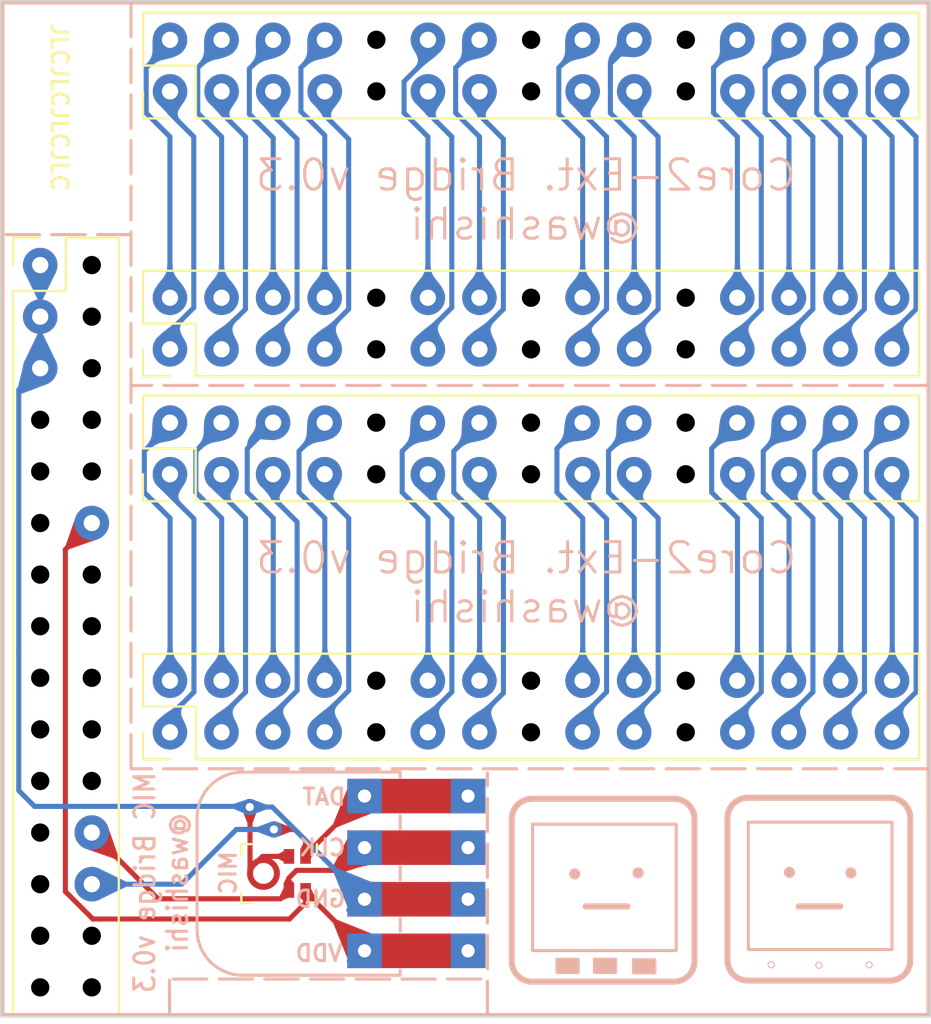
<source format=kicad_pcb>
(kicad_pcb (version 20221018) (generator pcbnew)
  (layers (0 "F.Cu" signal) (31 "B.Cu" signal) (34 "B.Paste" user) (35 "F.Paste" user) (36 "B.SilkS" user "B.Silkscreen") (37 "F.SilkS" user "F.Silkscreen") (38 "B.Mask" user) (39 "F.Mask" user) (44 "Edge.Cuts" user))
  (net 0 "")
  (net 1 "Net-(J1-Pin_30)")
  (net 2 "Net-(J1-Pin_29)")
  (net 3 "Net-(J1-Pin_28)")
  (net 4 "Net-(J1-Pin_27)")
  (net 5 "Net-(J1-Pin_26)")
  (net 6 "Net-(J1-Pin_25)")
  (net 7 "Net-(J1-Pin_24)")
  (net 8 "Net-(J1-Pin_23)")
  (net 9 "Net-(J1-Pin_20)")
  (net 10 "Net-(J1-Pin_19)")
  (net 11 "Net-(J1-Pin_18)")
  (net 12 "Net-(J1-Pin_17)")
  (net 13 "Net-(J1-Pin_14)")
  (net 14 "Net-(J1-Pin_13)")
  (net 15 "Net-(J1-Pin_12)")
  (net 16 "Net-(J1-Pin_11)")
  (net 17 "Net-(J1-Pin_8)")
  (net 18 "Net-(J1-Pin_7)")
  (net 19 "Net-(J1-Pin_6)")
  (net 20 "Net-(J1-Pin_5)")
  (net 21 "Net-(J1-Pin_4)")
  (net 22 "Net-(J1-Pin_3)")
  (net 23 "Net-(J1-Pin_2)")
  (net 24 "Net-(J1-Pin_1)")
  (net 25 "Net-(J3-Pin_1)")
  (net 26 "Net-(J3-Pin_2)")
  (net 27 "Net-(J3-Pin_3)")
  (net 28 "Net-(J3-Pin_4)")
  (net 29 "Net-(J3-Pin_5)")
  (net 30 "Net-(J3-Pin_6)")
  (net 31 "Net-(J3-Pin_7)")
  (net 32 "Net-(J3-Pin_8)")
  (net 33 "Net-(J3-Pin_11)")
  (net 34 "Net-(J3-Pin_12)")
  (net 35 "Net-(J3-Pin_13)")
  (net 36 "Net-(J3-Pin_14)")
  (net 37 "Net-(J3-Pin_17)")
  (net 38 "Net-(J3-Pin_18)")
  (net 39 "Net-(J3-Pin_19)")
  (net 40 "Net-(J3-Pin_20)")
  (net 41 "Net-(J3-Pin_23)")
  (net 42 "Net-(J3-Pin_24)")
  (net 43 "Net-(J3-Pin_25)")
  (net 44 "Net-(J3-Pin_26)")
  (net 45 "Net-(J3-Pin_27)")
  (net 46 "Net-(J3-Pin_28)")
  (net 47 "Net-(J3-Pin_29)")
  (net 48 "Net-(J3-Pin_30)")
  (net 49 "GND")
  (net 50 "+3.3V")
  (net 51 "Net-(J5-Pin_24)")
  (net 52 "Net-(J5-Pin_26)")
  (footprint "Sensor_Audio:Knowles_LGA-5_3.5x2.65mm" (layer "F.Cu") (at 113.695 92.95 -90)
    (fp_text reference "MIC" hide)
    (fp_text value "SPH0641LM4H-1" hide)
  )
  (footprint "Connector_PinHeader_2.54mm:PinHeader_2x15_P2.54mm_Vertical" (layer "F.Cu") (at 108.318639 67.149148 90)
    (fp_text reference "J1" hide)
    (fp_text value "Conn_02x15_Odd_Even" hide)
  )
  (footprint "Connector_PinHeader_2.54mm:PinHeader_2x15_P2.54mm_Vertical" (layer "F.Cu") (at 108.318639 73.297568 90)
    (fp_text reference "J4" hide)
    (fp_text value "Conn_02x15_Odd_Even" hide)
  )
  (footprint "Connector_PinHeader_2.54mm:PinHeader_2x15_P2.54mm_Vertical" (layer "F.Cu") (at 101.93 63)
    (fp_text reference "J5" hide)
    (fp_text value "Conn_02x15_Odd_Even" hide)
  )
  (footprint "Connector_PinHeader_2.54mm:PinHeader_2x15_P2.54mm_Vertical" (layer "F.Cu") (at 108.318639 86.002568 90)
    (fp_text reference "J3" hide)
    (fp_text value "Conn_02x15_Odd_Even" hide)
  )
  (footprint "Connector_PinHeader_2.54mm:PinHeader_1x04_P2.54mm_Vertical" (layer "F.Cu") (at 123 96.7625 180)
    (fp_text reference "J6" hide)
    (fp_text value "Conn_01x04" hide)
  )
  (footprint "Connector_PinHeader_2.54mm:PinHeader_2x15_P2.54mm_Vertical" (layer "F.Cu") (at 108.323639 54.449148 90)
    (fp_text reference "J2" hide)
    (fp_text value "Conn_02x15_Odd_Even" hide)
  )
  (footprint "Connector_PinHeader_2.54mm:PinHeader_1x04_P2.54mm_Vertical" (layer "F.Cu") (at 117.9 96.7625 180)
    (fp_text reference "J7" hide)
    (fp_text value "Conn_01x04" hide)
  )
  (gr_arc (start 133.15 89.275) (mid 133.857107 89.567893) (end 134.15 90.275) (stroke (width 0.3)) (layer "B.SilkS"))
  (gr_line (start 136.775 89.225) (end 143.775 89.225) (stroke (width 0.3)) (layer "B.SilkS"))
  (gr_circle (center 138.825 92.9) (end 138.95 92.9) (stroke (width 0.3)) (fill solid) (layer "B.SilkS"))
  (gr_line (start 108.3 99.8) (end 108.29375 98.2) (stroke (width 0.15) (type dash)) (layer "B.SilkS"))
  (gr_line (start 119.6555 88.212) (end 119.6555 87.962) (stroke (width 0.15)) (layer "B.SilkS"))
  (gr_line (start 123.95 99.9) (end 123.95 88) (stroke (width 0.15) (type dash)) (layer "B.SilkS"))
  (gr_line (start 109.6555 90.212) (end 109.6555 95.712) (stroke (width 0.15)) (layer "B.SilkS"))
  (gr_line (start 134.15 90.275) (end 134.15 97.275) (stroke (width 0.3)) (layer "B.SilkS"))
  (gr_line (start 119.6555 97.712) (end 119.6555 97.962) (stroke (width 0.15)) (layer "B.SilkS"))
  (gr_arc (start 136.775 98.225) (mid 136.067893 97.932107) (end 135.775 97.225) (stroke (width 0.3)) (layer "B.SilkS"))
  (gr_rect (start 127.375 97.175) (end 128.425 97.825) (stroke (width 0.15)) (fill solid) (layer "B.SilkS"))
  (gr_line (start 119.6555 87.962) (end 111.9055 87.962) (stroke (width 0.15)) (layer "B.SilkS"))
  (gr_circle (center 141.85 92.925) (end 141.975 92.925) (stroke (width 0.3)) (fill solid) (layer "B.SilkS"))
  (gr_line (start 108.4875 98.15) (end 123.95 98.15) (stroke (width 0.15) (type dash)) (layer "B.SilkS"))
  (gr_line (start 119.6555 90.097) (end 119.6555 90.76) (stroke (width 0.15)) (layer "B.SilkS"))
  (gr_line (start 119.6555 92.627) (end 119.6555 93.28) (stroke (width 0.15)) (layer "B.SilkS"))
  (gr_line (start 143.775 98.225) (end 136.775 98.225) (stroke (width 0.3)) (layer "B.SilkS"))
  (gr_arc (start 126.15 98.275) (mid 125.442893 97.982107) (end 125.15 97.275) (stroke (width 0.3)) (layer "B.SilkS"))
  (gr_arc (start 109.6555 90.212) (mid 110.314509 88.621009) (end 111.9055 87.962) (stroke (width 0.15)) (layer "B.SilkS"))
  (gr_rect (start 129.225 97.175) (end 130.275 97.825) (stroke (width 0.15)) (fill solid) (layer "B.SilkS"))
  (gr_arc (start 111.9055 97.962) (mid 110.311861 97.305639) (end 109.6555 95.712) (stroke (width 0.15)) (layer "B.SilkS"))
  (gr_arc (start 143.775 89.225) (mid 144.482107 89.517893) (end 144.775 90.225) (stroke (width 0.3)) (layer "B.SilkS"))
  (gr_line (start 145.67 68.925) (end 106.39 68.925) (stroke (width 0.15) (type dash)) (layer "B.SilkS"))
  (gr_line (start 119.6555 95.167) (end 119.66 95.81) (stroke (width 0.15)) (layer "B.SilkS"))
  (gr_line (start 145.65 87.8) (end 106.4 87.8) (stroke (width 0.15) (type dash)) (layer "B.SilkS"))
  (gr_line (start 135.775 97.225) (end 135.775 90.225) (stroke (width 0.3)) (layer "B.SilkS"))
  (gr_line (start 119.6555 97.962) (end 111.9055 97.962) (stroke (width 0.15)) (layer "B.SilkS"))
  (gr_line (start 126.15 89.275) (end 133.15 89.275) (stroke (width 0.3)) (layer "B.SilkS"))
  (gr_circle (center 142.75 97.45) (end 142.902069 97.45) (stroke (width 0.05)) (fill none) (layer "B.SilkS"))
  (gr_arc (start 125.15 90.275) (mid 125.442893 89.567893) (end 126.15 89.275) (stroke (width 0.3)) (layer "B.SilkS"))
  (gr_line (start 106.4 61.5) (end 100.1 61.5) (stroke (width 0.15) (type dash)) (layer "B.SilkS"))
  (gr_circle (center 128.25 92.975) (end 128.375 92.975) (stroke (width 0.3)) (fill solid) (layer "B.SilkS"))
  (gr_arc (start 135.775 90.225) (mid 136.067893 89.517893) (end 136.775 89.225) (stroke (width 0.3)) (layer "B.SilkS"))
  (gr_rect (start 131.15 97.2) (end 132.2 97.85) (stroke (width 0.15)) (fill solid) (layer "B.SilkS"))
  (gr_rect (start 100.1 50.1) (end 145.65 99.9) (stroke (width 0.15)) (fill none) (layer "B.SilkS"))
  (gr_line (start 141.325 94.575) (end 139.275 94.575) (stroke (width 0.3)) (layer "B.SilkS"))
  (gr_line (start 106.4 50.12) (end 106.4 88.125) (stroke (width 0.15) (type dash)) (layer "B.SilkS"))
  (gr_circle (center 137.925 97.45) (end 138.077069 97.45) (stroke (width 0.05)) (fill none) (layer "B.SilkS"))
  (gr_line (start 133.15 98.275) (end 126.15 98.275) (stroke (width 0.3)) (layer "B.SilkS"))
  (gr_arc (start 144.775 97.225) (mid 144.482107 97.932107) (end 143.775 98.225) (stroke (width 0.3)) (layer "B.SilkS"))
  (gr_line (start 130.85 94.575) (end 128.8 94.575) (stroke (width 0.3)) (layer "B.SilkS"))
  (gr_circle (center 131.375 92.925) (end 131.5 92.925) (stroke (width 0.3)) (fill solid) (layer "B.SilkS"))
  (gr_circle (center 140.275 97.475) (end 140.427069 97.475) (stroke (width 0.05)) (fill none) (layer "B.SilkS"))
  (gr_rect (start 126.175 90.525) (end 133.25 96.75) (stroke (width 0.15)) (fill none) (layer "B.SilkS"))
  (gr_arc (start 134.15 97.275) (mid 133.857107 97.982107) (end 133.15 98.275) (stroke (width 0.3)) (layer "B.SilkS"))
  (gr_line (start 144.775 90.225) (end 144.775 97.225) (stroke (width 0.3)) (layer "B.SilkS"))
  (gr_rect (start 136.8 90.425) (end 143.875 96.7) (stroke (width 0.15)) (fill none) (layer "B.SilkS"))
  (gr_line (start 125.15 97.275) (end 125.15 90.275) (stroke (width 0.3)) (layer "B.SilkS"))
  (gr_rect (start 100.1 50.1) (end 145.65 99.9) (stroke (width 0.15)) (fill none) (layer "F.SilkS"))
  (gr_line (start 123.95 99.9) (end 123.95 88) (stroke (width 0.15) (type dash)) (layer "F.SilkS"))
  (gr_line (start 106.4 50.1) (end 106.4 88.125) (stroke (width 0.15) (type dash)) (layer "F.SilkS"))
  (gr_line (start 108.3 99.8) (end 108.29375 98.2) (stroke (width 0.15) (type dash)) (layer "F.SilkS"))
  (gr_line (start 145.65 87.8) (end 106.4 87.8) (stroke (width 0.15) (type dash)) (layer "F.SilkS"))
  (gr_line (start 106.4 61.5) (end 100.1 61.5) (stroke (width 0.15) (type dash)) (layer "F.SilkS"))
  (gr_line (start 108.4875 98.15) (end 123.925 98.15) (stroke (width 0.15) (type dash)) (layer "F.SilkS"))
  (gr_line (start 145.67 68.925) (end 106.39 68.925) (stroke (width 0.15) (type dash)) (layer "F.SilkS"))
  (gr_rect (start 100 50) (end 145.75 100) (stroke (width 0.1)) (fill none) (layer "Edge.Cuts"))
  (gr_text "MIC" (at 111.65 91.775 90) (layer "B.SilkS") (effects (font (size 0.8 0.8)) (justify left bottom mirror)))
  (gr_text "Core2-Ext. Bridge v0.3\n@washishi" (at 125.865708 78.63312) (layer "B.SilkS") (effects (font (size 1.5 1.5)) (justify mirror)))
  (gr_text "Core2-Ext. Bridge v0.3\n@washishi" (at 125.847361 59.784852) (layer "B.SilkS") (effects (font (size 1.5 1.5)) (justify mirror)))
  (gr_text "DAT" (at 117.05 89.65) (layer "B.SilkS") (effects (font (size 0.8 0.8)) (justify left bottom mirror)))
  (gr_text "CLK" (at 117.05 92.15) (layer "B.SilkS") (effects (font (size 0.8 0.8)) (justify left bottom mirror)))
  (gr_text "MIC Bridge v0.3\n@washishi" (at 109.275 93.4 90) (layer "B.SilkS") (effects (font (size 1 0.9) (thickness 0.15) bold) (justify bottom mirror)))
  (gr_text "VDD" (at 116.9 97.35) (layer "B.SilkS") (effects (font (size 0.8 0.8)) (justify left bottom mirror)))
  (gr_text "GND" (at 117.05 94.675) (layer "B.SilkS") (effects (font (size 0.8 0.8)) (justify left bottom mirror)))
  (gr_text "JLCJLCJLCJLC" (at 102.875 55.225 270) (layer "F.SilkS") (effects (font (size 0.8 0.8) (thickness 0.15) bold)))
  (segment (start 143.883639 56.689448) (end 142.708639 55.514448) (width 0.25) (layer "B.Cu") (net 1))
  (segment (start 143.883639 52.107448) (end 143.883639 51.909148) (width 0.25) (layer "B.Cu") (net 1))
  (segment (start 142.708639 53.282448) (end 143.883639 52.107448) (width 0.25) (layer "B.Cu") (net 1))
  (segment (start 142.708639 55.514448) (end 142.708639 53.282448) (width 0.25) (layer "B.Cu") (net 1))
  (segment (start 143.883639 64.614148) (end 143.883639 56.689448) (width 0.25) (layer "B.Cu") (net 1))
  (segment (start 143.878639 66.351148) (end 145.058939 65.170848) (width 0.25) (layer "B.Cu") (net 2))
  (segment (start 143.878639 67.149148) (end 143.878639 66.351148) (width 0.25) (layer "B.Cu") (net 2))
  (segment (start 145.058939 65.170848) (end 145.058939 56.684448) (width 0.25) (layer "B.Cu") (net 2))
  (segment (start 145.058939 56.684448) (end 143.883639 55.509148) (width 0.25) (layer "B.Cu") (net 2))
  (segment (start 143.883639 55.509148) (end 143.883639 54.449148) (width 0.25) (layer "B.Cu") (net 2))
  (segment (start 141.343639 52.107448) (end 140.168639 53.282448) (width 0.25) (layer "B.Cu") (net 3))
  (segment (start 140.168639 53.282448) (end 140.168639 55.509448) (width 0.25) (layer "B.Cu") (net 3))
  (segment (start 141.343639 56.684448) (end 141.343639 64.614148) (width 0.25) (layer "B.Cu") (net 3))
  (segment (start 141.343639 51.909148) (end 141.343639 52.107448) (width 0.25) (layer "B.Cu") (net 3))
  (segment (start 140.168639 55.509448) (end 141.343639 56.684448) (width 0.25) (layer "B.Cu") (net 3))
  (segment (start 141.338639 67.149148) (end 141.338639 66.351148) (width 0.25) (layer "B.Cu") (net 4))
  (segment (start 142.518939 56.684448) (end 141.343639 55.509148) (width 0.25) (layer "B.Cu") (net 4))
  (segment (start 142.518939 65.170848) (end 142.518939 56.684448) (width 0.25) (layer "B.Cu") (net 4))
  (segment (start 141.343639 55.509148) (end 141.343639 54.449148) (width 0.25) (layer "B.Cu") (net 4))
  (segment (start 141.338639 66.351148) (end 142.518939 65.170848) (width 0.25) (layer "B.Cu") (net 4))
  (segment (start 137.628639 55.509448) (end 138.803639 56.684448) (width 0.25) (layer "B.Cu") (net 5))
  (segment (start 138.803639 56.684448) (end 138.803639 64.614148) (width 0.25) (layer "B.Cu") (net 5))
  (segment (start 138.803639 51.909148) (end 138.803639 52.107448) (width 0.25) (layer "B.Cu") (net 5))
  (segment (start 137.628639 53.282448) (end 137.628639 55.509448) (width 0.25) (layer "B.Cu") (net 5))
  (segment (start 138.803639 52.107448) (end 137.628639 53.282448) (width 0.25) (layer "B.Cu") (net 5))
  (segment (start 138.798639 67.149148) (end 138.798639 66.351148) (width 0.25) (layer "B.Cu") (net 6))
  (segment (start 139.978939 65.170848) (end 139.978939 56.684448) (width 0.25) (layer "B.Cu") (net 6))
  (segment (start 138.798639 66.351148) (end 139.978939 65.170848) (width 0.25) (layer "B.Cu") (net 6))
  (segment (start 139.978939 56.684448) (end 138.803639 55.509148) (width 0.25) (layer "B.Cu") (net 6))
  (segment (start 138.803639 55.509148) (end 138.803639 54.449148) (width 0.25) (layer "B.Cu") (net 6))
  (segment (start 135.088639 53.282448) (end 136.263639 52.107448) (width 0.25) (layer "B.Cu") (net 7))
  (segment (start 135.088639 55.509448) (end 135.088639 53.282448) (width 0.25) (layer "B.Cu") (net 7))
  (segment (start 136.263639 52.107448) (end 136.263639 51.909148) (width 0.25) (layer "B.Cu") (net 7))
  (segment (start 136.263639 64.614148) (end 136.263639 56.684448) (width 0.25) (layer "B.Cu") (net 7))
  (segment (start 136.263639 56.684448) (end 135.088639 55.509448) (width 0.25) (layer "B.Cu") (net 7))
  (segment (start 137.438939 65.170848) (end 137.438939 56.684448) (width 0.25) (layer "B.Cu") (net 8))
  (segment (start 136.258639 66.351148) (end 137.438939 65.170848) (width 0.25) (layer "B.Cu") (net 8))
  (segment (start 136.263639 55.509148) (end 136.263639 54.449148) (width 0.25) (layer "B.Cu") (net 8))
  (segment (start 136.258639 67.149148) (end 136.258639 66.351148) (width 0.25) (layer "B.Cu") (net 8))
  (segment (start 137.438939 56.684448) (end 136.263639 55.509148) (width 0.25) (layer "B.Cu") (net 8))
  (segment (start 131.183639 56.689448) (end 131.183639 64.614148) (width 0.25) (layer "B.Cu") (net 9))
  (segment (start 130.008639 53.084148) (end 130.008639 55.514448) (width 0.25) (layer "B.Cu") (net 9))
  (segment (start 130.008639 55.514448) (end 131.183639 56.689448) (width 0.25) (layer "B.Cu") (net 9))
  (segment (start 131.183639 51.909148) (end 130.008639 53.084148) (width 0.25) (layer "B.Cu") (net 9))
  (segment (start 131.183639 55.509148) (end 131.183639 54.449148) (width 0.25) (layer "B.Cu") (net 10))
  (segment (start 131.178639 66.351148) (end 132.358939 65.170848) (width 0.25) (layer "B.Cu") (net 10))
  (segment (start 131.178639 67.149148) (end 131.178639 66.351148) (width 0.25) (layer "B.Cu") (net 10))
  (segment (start 132.358939 56.684448) (end 131.183639 55.509148) (width 0.25) (layer "B.Cu") (net 10))
  (segment (start 132.358939 65.170848) (end 132.358939 56.684448) (width 0.25) (layer "B.Cu") (net 10))
  (segment (start 128.643639 56.740148) (end 127.468639 55.565148) (width 0.25) (layer "B.Cu") (net 11))
  (segment (start 127.468639 55.565148) (end 127.468639 53.282448) (width 0.25) (layer "B.Cu") (net 11))
  (segment (start 128.643639 52.107448) (end 128.643639 51.909148) (width 0.25) (layer "B.Cu") (net 11))
  (segment (start 127.468639 53.282448) (end 128.643639 52.107448) (width 0.25) (layer "B.Cu") (net 11))
  (segment (start 128.643639 64.614148) (end 128.643639 56.740148) (width 0.25) (layer "B.Cu") (net 11))
  (segment (start 128.638639 66.351148) (end 129.818939 65.170848) (width 0.25) (layer "B.Cu") (net 12))
  (segment (start 128.638639 67.149148) (end 128.638639 66.351148) (width 0.25) (layer "B.Cu") (net 12))
  (segment (start 129.818939 56.684448) (end 128.643639 55.509148) (width 0.25) (layer "B.Cu") (net 12))
  (segment (start 128.643639 67.154148) (end 128.638639 67.149148) (width 0.25) (layer "B.Cu") (net 12))
  (segment (start 128.643639 55.509148) (end 128.643639 54.449148) (width 0.25) (layer "B.Cu") (net 12))
  (segment (start 129.818939 65.170848) (end 129.818939 56.684448) (width 0.25) (layer "B.Cu") (net 12))
  (segment (start 123.563639 52.107448) (end 123.563639 51.909148) (width 0.25) (layer "B.Cu") (net 13))
  (segment (start 123.563639 64.614148) (end 123.563639 56.684448) (width 0.25) (layer "B.Cu") (net 13))
  (segment (start 122.388639 55.509448) (end 122.388639 53.282448) (width 0.25) (layer "B.Cu") (net 13))
  (segment (start 123.563639 56.684448) (end 122.388639 55.509448) (width 0.25) (layer "B.Cu") (net 13))
  (segment (start 122.388639 53.282448) (end 123.563639 52.107448) (width 0.25) (layer "B.Cu") (net 13))
  (segment (start 123.563639 55.624448) (end 123.563639 54.449148) (width 0.25) (layer "B.Cu") (net 14))
  (segment (start 124.738939 65.170848) (end 124.738939 56.799748) (width 0.25) (layer "B.Cu") (net 14))
  (segment (start 123.558639 67.149148) (end 123.558639 66.351148) (width 0.25) (layer "B.Cu") (net 14))
  (segment (start 123.558639 66.351148) (end 124.738939 65.170848) (width 0.25) (layer "B.Cu") (net 14))
  (segment (start 124.738939 56.799748) (end 123.563639 55.624448) (width 0.25) (layer "B.Cu") (net 14))
  (segment (start 121.023639 56.684448) (end 121.023639 64.614148) (width 0.25) (layer "B.Cu") (net 15))
  (segment (start 119.848339 53.962747) (end 119.848339 55.509148) (width 0.25) (layer "B.Cu") (net 15))
  (segment (start 121.023639 52.787447) (end 119.848339 53.962747) (width 0.25) (layer "B.Cu") (net 15))
  (segment (start 119.848339 55.509148) (end 121.023639 56.684448) (width 0.25) (layer "B.Cu") (net 15))
  (segment (start 121.023639 51.909148) (end 121.023639 52.787447) (width 0.25) (layer "B.Cu") (net 15))
  (segment (start 121.023639 55.509148) (end 121.023639 54.449148) (width 0.25) (layer "B.Cu") (net 16))
  (segment (start 122.198939 65.090549) (end 122.198939 56.684448) (width 0.25) (layer "B.Cu") (net 16))
  (segment (start 121.018639 67.149148) (end 121.018639 66.270849) (width 0.25) (layer "B.Cu") (net 16))
  (segment (start 122.198939 56.684448) (end 121.023639 55.509148) (width 0.25) (layer "B.Cu") (net 16))
  (segment (start 121.018639 66.270849) (end 122.198939 65.090549) (width 0.25) (layer "B.Cu") (net 16))
  (segment (start 115.943639 52.107448) (end 114.768639 53.282448) (width 0.25) (layer "B.Cu") (net 17))
  (segment (start 114.768639 55.438148) (end 115.943639 56.613148) (width 0.25) (layer "B.Cu") (net 17))
  (segment (start 115.943639 51.909148) (end 115.943639 52.107448) (width 0.25) (layer "B.Cu") (net 17))
  (segment (start 115.943639 56.613148) (end 115.943639 64.614148) (width 0.25) (layer "B.Cu") (net 17))
  (segment (start 114.768639 53.282448) (end 114.768639 55.438148) (width 0.25) (layer "B.Cu") (net 17))
  (segment (start 117.118939 65.170848) (end 117.118939 56.799748) (width 0.25) (layer "B.Cu") (net 18))
  (segment (start 115.938639 66.351148) (end 117.118939 65.170848) (width 0.25) (layer "B.Cu") (net 18))
  (segment (start 115.943639 55.624448) (end 115.943639 54.449148) (width 0.25) (layer "B.Cu") (net 18))
  (segment (start 115.938639 67.149148) (end 115.938639 66.351148) (width 0.25) (layer "B.Cu") (net 18))
  (segment (start 117.118939 56.799748) (end 115.943639 55.624448) (width 0.25) (layer "B.Cu") (net 18))
  (segment (start 113.403639 64.614148) (end 113.403639 56.740148) (width 0.25) (layer "B.Cu") (net 19))
  (segment (start 112.228639 55.565148) (end 112.228639 53.333248) (width 0.25) (layer "B.Cu") (net 19))
  (segment (start 112.228639 53.333248) (end 113.403639 52.158248) (width 0.25) (layer "B.Cu") (net 19))
  (segment (start 113.403639 56.740148) (end 112.228639 55.565148) (width 0.25) (layer "B.Cu") (net 19))
  (segment (start 113.403639 52.158248) (end 113.403639 51.909148) (width 0.25) (layer "B.Cu") (net 19))
  (segment (start 113.403639 66.346148) (end 114.578939 65.170848) (width 0.25) (layer "B.Cu") (net 20))
  (segment (start 113.403639 67.154148) (end 113.403639 66.346148) (width 0.25) (layer "B.Cu") (net 20))
  (segment (start 113.403639 55.624448) (end 113.403639 54.449148) (width 0.25) (layer "B.Cu") (net 20))
  (segment (start 114.578939 65.170848) (end 114.578939 56.799748) (width 0.25) (layer "B.Cu") (net 20))
  (segment (start 114.578939 56.799748) (end 113.403639 55.624448) (width 0.25) (layer "B.Cu") (net 20))
  (segment (start 110.863639 51.909148) (end 110.863639 52.107448) (width 0.25) (layer "B.Cu") (net 21))
  (segment (start 109.688339 53.282748) (end 109.688339 55.509148) (width 0.25) (layer "B.Cu") (net 21))
  (segment (start 110.863639 56.684448) (end 110.863639 64.614148) (width 0.25) (layer "B.Cu") (net 21))
  (segment (start 109.688339 55.509148) (end 110.863639 56.684448) (width 0.25) (layer "B.Cu") (net 21))
  (segment (start 110.863639 52.107448) (end 109.688339 53.282748) (width 0.25) (layer "B.Cu") (net 21))
  (segment (start 112.038939 65.170848) (end 112.038939 56.684448) (width 0.25) (layer "B.Cu") (net 22))
  (segment (start 111.620639 65.574448) (end 111.635339 65.574448) (width 0.25) (layer "B.Cu") (net 22))
  (segment (start 110.863639 55.509148) (end 110.863639 54.449148) (width 0.25) (layer "B.Cu") (net 22))
  (segment (start 112.038939 56.684448) (end 110.863639 55.509148) (width 0.25) (layer "B.Cu") (net 22))
  (segment (start 110.863639 66.331448) (end 111.620639 65.574448) (width 0.25) (layer "B.Cu") (net 22))
  (segment (start 111.635339 65.574448) (end 112.038939 65.170848) (width 0.25) (layer "B.Cu") (net 22))
  (segment (start 110.863639 67.154148) (end 110.863639 66.331448) (width 0.25) (layer "B.Cu") (net 22))
  (segment (start 108.318639 56.684448) (end 107.148639 55.514448) (width 0.25) (layer "B.Cu") (net 23))
  (segment (start 108.318639 64.609148) (end 108.318639 56.684448) (width 0.25) (layer "B.Cu") (net 23))
  (segment (start 108.323639 52.107448) (end 108.323639 51.909148) (width 0.25) (layer "B.Cu") (net 23))
  (segment (start 107.148639 53.282448) (end 108.323639 52.107448) (width 0.25) (layer "B.Cu") (net 23))
  (segment (start 107.148639 55.514448) (end 107.148639 53.282448) (width 0.25) (layer "B.Cu") (net 23))
  (segment (start 108.318639 67.149148) (end 108.318639 66.270849) (width 0.25) (layer "B.Cu") (net 24))
  (segment (start 109.493639 65.095849) (end 109.493639 56.684448) (width 0.25) (layer "B.Cu") (net 24))
  (segment (start 108.318639 66.270849) (end 109.493639 65.095849) (width 0.25) (layer "B.Cu") (net 24))
  (segment (start 108.323639 55.514448) (end 108.323639 54.449148) (width 0.25) (layer "B.Cu") (net 24))
  (segment (start 109.493639 56.684448) (end 108.323639 55.514448) (width 0.25) (layer "B.Cu") (net 24))
  (segment (start 108.326592 74.318568) (end 108.326592 73.297568) (width 0.25) (layer "B.Cu") (net 25))
  (segment (start 109.501892 75.493868) (end 108.326592 74.318568) (width 0.25) (layer "B.Cu") (net 25))
  (segment (start 108.326592 86.002568) (end 108.326592 85.194568) (width 0.25) (layer "B.Cu") (net 25))
  (segment (start 108.326592 85.194568) (end 109.501892 84.019268) (width 0.25) (layer "B.Cu") (net 25))
  (segment (start 109.501892 84.019268) (end 109.501892 75.493868) (width 0.25) (layer "B.Cu") (net 25))
  (segment (start 107.056592 72.159568) (end 108.326592 70.889568) (width 0.25) (layer "B.Cu") (net 26))
  (segment (start 108.326592 83.462568) (end 108.326592 75.461568) (width 0.25) (layer "B.Cu") (net 26))
  (segment (start 107.056592 74.191568) (end 107.056592 72.159568) (width 0.25) (layer "B.Cu") (net 26))
  (segment (start 108.326592 75.461568) (end 107.056592 74.191568) (width 0.25) (layer "B.Cu") (net 26))
  (segment (start 108.326592 70.889568) (end 108.326592 70.757568) (width 0.25) (layer "B.Cu") (net 26))
  (segment (start 110.866592 85.194568) (end 112.041892 84.019268) (width 0.25) (layer "B.Cu") (net 27))
  (segment (start 112.041892 84.019268) (end 112.041892 75.461568) (width 0.25) (layer "B.Cu") (net 27))
  (segment (start 110.866592 74.286268) (end 110.866592 73.297568) (width 0.25) (layer "B.Cu") (net 27))
  (segment (start 110.866592 86.002568) (end 110.866592 85.194568) (width 0.25) (layer "B.Cu") (net 27))
  (segment (start 112.041892 75.461568) (end 110.866592 74.286268) (width 0.25) (layer "B.Cu") (net 27))
  (segment (start 110.866592 70.889568) (end 110.866592 70.757568) (width 0.25) (layer "B.Cu") (net 28))
  (segment (start 109.596592 72.159568) (end 110.866592 70.889568) (width 0.25) (layer "B.Cu") (net 28))
  (segment (start 110.866592 83.462568) (end 110.866592 75.461568) (width 0.25) (layer "B.Cu") (net 28))
  (segment (start 109.596592 74.191568) (end 109.596592 72.159568) (width 0.25) (layer "B.Cu") (net 28))
  (segment (start 110.866592 75.461568) (end 109.596592 74.191568) (width 0.25) (layer "B.Cu") (net 28))
  (segment (start 113.893293 84.637568) (end 114.581892 83.948969) (width 0.25) (layer "B.Cu") (net 29))
  (segment (start 113.406592 86.002568) (end 113.406592 85.113568) (width 0.25) (layer "B.Cu") (net 29))
  (segment (start 113.406592 85.113568) (end 113.882592 84.637568) (width 0.25) (layer "B.Cu") (net 29))
  (segment (start 113.882592 84.637568) (end 113.893293 84.637568) (width 0.25) (layer "B.Cu") (net 29))
  (segment (start 114.581892 75.648168) (end 113.406592 74.472868) (width 0.25) (layer "B.Cu") (net 29))
  (segment (start 114.581892 83.948969) (end 114.581892 75.648168) (width 0.25) (layer "B.Cu") (net 29))
  (segment (start 113.406592 74.472868) (end 113.406592 73.297568) (width 0.25) (layer "B.Cu") (net 29))
  (segment (start 112.125 74.179976) (end 112.125 72.03916) (width 0.25) (layer "B.Cu") (net 30))
  (segment (start 112.125 72.03916) (end 113.406592 70.757568) (width 0.25) (layer "B.Cu") (net 30))
  (segment (start 113.406592 75.461568) (end 112.125 74.179976) (width 0.25) (layer "B.Cu") (net 30))
  (segment (start 113.406592 83.462568) (end 113.406592 75.461568) (width 0.25) (layer "B.Cu") (net 30))
  (segment (start 115.946592 74.286268) (end 115.946592 73.297568) (width 0.25) (layer "B.Cu") (net 31))
  (segment (start 117.121892 75.461568) (end 115.946592 74.286268) (width 0.25) (layer "B.Cu") (net 31))
  (segment (start 116.433293 84.637568) (end 117.121892 83.948969) (width 0.25) (layer "B.Cu") (net 31))
  (segment (start 116.422592 84.637568) (end 116.433293 84.637568) (width 0.25) (layer "B.Cu") (net 31))
  (segment (start 115.946592 85.113568) (end 116.422592 84.637568) (width 0.25) (layer "B.Cu") (net 31))
  (segment (start 117.121892 83.948969) (end 117.121892 75.461568) (width 0.25) (layer "B.Cu") (net 31))
  (segment (start 115.946592 86.002568) (end 115.946592 85.113568) (width 0.25) (layer "B.Cu") (net 31))
  (segment (start 114.676592 74.191568) (end 114.676592 72.159568) (width 0.25) (layer "B.Cu") (net 32))
  (segment (start 115.946592 75.461568) (end 114.676592 74.191568) (width 0.25) (layer "B.Cu") (net 32))
  (segment (start 115.946592 83.462568) (end 115.946592 75.461568) (width 0.25) (layer "B.Cu") (net 32))
  (segment (start 115.946592 70.889568) (end 115.946592 70.757568) (width 0.25) (layer "B.Cu") (net 32))
  (segment (start 114.676592 72.159568) (end 115.946592 70.889568) (width 0.25) (layer "B.Cu") (net 32))
  (segment (start 121.026592 86.002568) (end 121.026592 85.194568) (width 0.25) (layer "B.Cu") (net 33))
  (segment (start 121.026592 74.286268) (end 121.026592 73.297568) (width 0.25) (layer "B.Cu") (net 33))
  (segment (start 122.201892 75.461568) (end 121.026592 74.286268) (width 0.25) (layer "B.Cu") (net 33))
  (segment (start 121.026592 85.194568) (end 122.201892 84.019268) (width 0.25) (layer "B.Cu") (net 33))
  (segment (start 122.201892 84.019268) (end 122.201892 75.461568) (width 0.25) (layer "B.Cu") (net 33))
  (segment (start 121.026592 70.889568) (end 121.026592 70.757568) (width 0.25) (layer "B.Cu") (net 34))
  (segment (start 119.756592 72.159568) (end 121.026592 70.889568) (width 0.25) (layer "B.Cu") (net 34))
  (segment (start 121.026592 83.462568) (end 121.026592 75.461568) (width 0.25) (layer "B.Cu") (net 34))
  (segment (start 121.026592 75.461568) (end 119.756592 74.191568) (width 0.25) (layer "B.Cu") (net 34))
  (segment (start 119.756592 74.191568) (end 119.756592 72.159568) (width 0.25) (layer "B.Cu") (net 34))
  (segment (start 123.566592 74.286268) (end 123.566592 73.297568) (width 0.25) (layer "B.Cu") (net 35))
  (segment (start 124.741892 75.461568) (end 123.566592 74.286268) (width 0.25) (layer "B.Cu") (net 35))
  (segment (start 124.741892 84.065268) (end 124.741892 75.461568) (width 0.25) (layer "B.Cu") (net 35))
  (segment (start 123.566592 85.240568) (end 124.741892 84.065268) (width 0.25) (layer "B.Cu") (net 35))
  (segment (start 123.566592 86.002568) (end 123.566592 85.240568) (width 0.25) (layer "B.Cu") (net 35))
  (segment (start 122.296592 74.191568) (end 122.296592 72.159568) (width 0.25) (layer "B.Cu") (net 36))
  (segment (start 123.566592 70.889568) (end 123.566592 70.757568) (width 0.25) (layer "B.Cu") (net 36))
  (segment (start 123.566592 75.461568) (end 122.296592 74.191568) (width 0.25) (layer "B.Cu") (net 36))
  (segment (start 122.296592 72.159568) (end 123.566592 70.889568) (width 0.25) (layer "B.Cu") (net 36))
  (segment (start 123.566592 83.462568) (end 123.566592 75.461568) (width 0.25) (layer "B.Cu") (net 36))
  (segment (start 128.646592 86.002568) (end 128.646592 85.194568) (width 0.25) (layer "B.Cu") (net 37))
  (segment (start 129.821892 75.493868) (end 128.646592 74.318568) (width 0.25) (layer "B.Cu") (net 37))
  (segment (start 129.821892 84.019268) (end 129.821892 75.493868) (width 0.25) (layer "B.Cu") (net 37))
  (segment (start 128.646592 74.318568) (end 128.646592 73.297568) (width 0.25) (layer "B.Cu") (net 37))
  (segment (start 128.646592 85.194568) (end 129.821892 84.019268) (width 0.25) (layer "B.Cu") (net 37))
  (segment (start 127.376592 74.191568) (end 127.376592 72.027568) (width 0.25) (layer "B.Cu") (net 38))
  (segment (start 127.376592 72.027568) (end 128.646592 70.757568) (width 0.25) (layer "B.Cu") (net 38))
  (segment (start 128.646592 83.462568) (end 128.646592 75.461568) (width 0.25) (layer "B.Cu") (net 38))
  (segment (start 128.646592 75.461568) (end 127.376592 74.191568) (width 0.25) (layer "B.Cu") (net 38))
  (segment (start 132.361892 75.461568) (end 131.186592 74.286268) (width 0.25) (layer "B.Cu") (net 39))
  (segment (start 132.361892 83.948969) (end 132.361892 75.461568) (width 0.25) (layer "B.Cu") (net 39))
  (segment (start 131.186592 85.113568) (end 131.662592 84.637568) (width 0.25) (layer "B.Cu") (net 39))
  (segment (start 131.186592 74.286268) (end 131.186592 73.297568) (width 0.25) (layer "B.Cu") (net 39))
  (segment (start 131.186592 86.002568) (end 131.186592 85.113568) (width 0.25) (layer "B.Cu") (net 39))
  (segment (start 131.673293 84.637568) (end 132.361892 83.948969) (width 0.25) (layer "B.Cu") (net 39))
  (segment (start 131.662592 84.637568) (end 131.673293 84.637568) (width 0.25) (layer "B.Cu") (net 39))
  (segment (start 129.916592 74.191568) (end 129.916592 72.159568) (width 0.25) (layer "B.Cu") (net 40))
  (segment (start 131.186592 70.889568) (end 131.186592 70.757568) (width 0.25) (layer "B.Cu") (net 40))
  (segment (start 131.186592 75.461568) (end 129.916592 74.191568) (width 0.25) (layer "B.Cu") (net 40))
  (segment (start 131.186592 83.462568) (end 131.186592 75.461568) (width 0.25) (layer "B.Cu") (net 40))
  (segment (start 129.916592 72.159568) (end 131.186592 70.889568) (width 0.25) (layer "B.Cu") (net 40))
  (segment (start 136.266592 86.002568) (end 136.266592 85.194568) (width 0.25) (layer "B.Cu") (net 41))
  (segment (start 136.266592 74.286268) (end 136.266592 73.297568) (width 0.25) (layer "B.Cu") (net 41))
  (segment (start 137.441892 84.019268) (end 137.441892 75.461568) (width 0.25) (layer "B.Cu") (net 41))
  (segment (start 136.266592 85.194568) (end 137.441892 84.019268) (width 0.25) (layer "B.Cu") (net 41))
  (segment (start 137.441892 75.461568) (end 136.266592 74.286268) (width 0.25) (layer "B.Cu") (net 41))
  (segment (start 136.266592 75.461568) (end 134.996592 74.191568) (width 0.25) (layer "B.Cu") (net 42))
  (segment (start 134.996592 74.191568) (end 134.996592 72.027568) (width 0.25) (layer "B.Cu") (net 42))
  (segment (start 136.266592 83.462568) (end 136.266592 75.461568) (width 0.25) (layer "B.Cu") (net 42))
  (segment (start 134.996592 72.027568) (end 136.266592 70.757568) (width 0.25) (layer "B.Cu") (net 42))
  (segment (start 139.981892 75.461568) (end 138.806592 74.286268) (width 0.25) (layer "B.Cu") (net 43))
  (segment (start 139.981892 84.019268) (end 139.981892 75.461568) (width 0.25) (layer "B.Cu") (net 43))
  (segment (start 138.806592 74.286268) (end 138.806592 73.297568) (width 0.25) (layer "B.Cu") (net 43))
  (segment (start 138.806592 85.194568) (end 139.981892 84.019268) (width 0.25) (layer "B.Cu") (net 43))
  (segment (start 138.806592 86.002568) (end 138.806592 85.194568) (width 0.25) (layer "B.Cu") (net 43))
  (segment (start 137.536592 74.191568) (end 137.536592 72.159568) (width 0.25) (layer "B.Cu") (net 44))
  (segment (start 138.806592 83.462568) (end 138.806592 75.461568) (width 0.25) (layer "B.Cu") (net 44))
  (segment (start 137.536592 72.159568) (end 138.806592 70.889568) (width 0.25) (layer "B.Cu") (net 44))
  (segment (start 138.806592 75.461568) (end 137.536592 74.191568) (width 0.25) (layer "B.Cu") (net 44))
  (segment (start 138.806592 70.889568) (end 138.806592 70.757568) (width 0.25) (layer "B.Cu") (net 44))
  (segment (start 142.521892 75.461568) (end 141.346592 74.286268) (width 0.25) (layer "B.Cu") (net 45))
  (segment (start 141.346592 85.194568) (end 142.521892 84.019268) (width 0.25) (layer "B.Cu") (net 45))
  (segment (start 142.521892 84.019268) (end 142.521892 75.461568) (width 0.25) (layer "B.Cu") (net 45))
  (segment (start 141.346592 74.286268) (end 141.346592 73.297568) (width 0.25) (layer "B.Cu") (net 45))
  (segment (start 141.346592 86.002568) (end 141.346592 85.194568) (width 0.25) (layer "B.Cu") (net 45))
  (segment (start 140.076592 72.159568) (end 141.346592 70.889568) (width 0.25) (layer "B.Cu") (net 46))
  (segment (start 140.076592 74.191568) (end 140.076592 72.159568) (width 0.25) (layer "B.Cu") (net 46))
  (segment (start 141.346592 83.462568) (end 141.346592 75.461568) (width 0.25) (layer "B.Cu") (net 46))
  (segment (start 141.346592 75.461568) (end 140.076592 74.191568) (width 0.25) (layer "B.Cu") (net 46))
  (segment (start 141.346592 70.889568) (end 141.346592 70.757568) (width 0.25) (layer "B.Cu") (net 46))
  (segment (start 145.061892 84.019268) (end 145.061892 75.461568) (width 0.25) (layer "B.Cu") (net 47))
  (segment (start 145.061892 75.461568) (end 143.886592 74.286268) (width 0.25) (layer "B.Cu") (net 47))
  (segment (start 143.886592 86.002568) (end 143.886592 85.194568) (width 0.25) (layer "B.Cu") (net 47))
  (segment (start 143.886592 85.194568) (end 145.061892 84.019268) (width 0.25) (layer "B.Cu") (net 47))
  (segment (start 143.886592 74.286268) (end 143.886592 73.297568) (width 0.25) (layer "B.Cu") (net 47))
  (segment (start 143.886592 70.889568) (end 143.886592 70.757568) (width 0.25) (layer "B.Cu") (net 48))
  (segment (start 143.886592 83.462568) (end 143.886592 75.461568) (width 0.25) (layer "B.Cu") (net 48))
  (segment (start 143.886592 75.461568) (end 142.616592 74.191568) (width 0.25) (layer "B.Cu") (net 48))
  (segment (start 142.616592 72.159568) (end 143.886592 70.889568) (width 0.25) (layer "B.Cu") (net 48))
  (segment (start 142.616592 74.191568) (end 142.616592 72.159568) (width 0.25) (layer "B.Cu") (net 48))
  (segment (start 112.878617 92.1125) (end 114.177 92.1125) (width 0.25) (layer "F.Cu") (net 49))
  (segment (start 117.9 94.2225) (end 123 94.2225) (width 1.7) (layer "F.Cu") (net 49))
  (segment (start 114.177 92.049301) (end 114.177 92.1125) (width 0.25) (layer "F.Cu") (net 49))
  (segment (start 112.2625 92.95) (end 112.2625 92.728617) (width 0.25) (layer "F.Cu") (net 49))
  (segment (start 112.25 89.681479) (end 112.2625 89.693979) (width 0.25) (layer "F.Cu") (net 49))
  (segment (start 112.2625 89.693979) (end 112.2625 92.95) (width 0.25) (layer "F.Cu") (net 49))
  (segment (start 112.2625 92.728617) (end 112.878617 92.1125) (width 0.25) (layer "F.Cu") (net 49))
  (via (at 112.25 89.681479) (size 0.8) (drill 0.4) (layers "F.Cu" "B.Cu") (net 49))
  (segment (start 112.25 89.681479) (end 113.359686 89.681479) (width 0.25) (layer "B.Cu") (net 49))
  (segment (start 101.65 89.65) (end 100.875 88.875) (width 0.25) (layer "B.Cu") (net 49))
  (segment (start 112.218521 89.65) (end 101.65 89.65) (width 0.25) (layer "B.Cu") (net 49))
  (segment (start 100.875 69.135) (end 101.93 68.08) (width 0.25) (layer "B.Cu") (net 49))
  (segment (start 112.25 89.681479) (end 112.218521 89.65) (width 0.25) (layer "B.Cu") (net 49))
  (segment (start 100.875 88.875) (end 100.875 82.05) (width 0.25) (layer "B.Cu") (net 49))
  (segment (start 113.359686 89.681479) (end 117.9 94.221793) (width 0.25) (layer "B.Cu") (net 49))
  (segment (start 100.875 82.1775) (end 100.875 69.135) (width 0.25) (layer "B.Cu") (net 49))
  (segment (start 101.93 68.08) (end 101.93 63) (width 0.25) (layer "B.Cu") (net 49))
  (segment (start 117.9 94.221793) (end 117.9 94.2225) (width 0.25) (layer "B.Cu") (net 49))
  (segment (start 117.17 94.7425) (end 117.15 94.7225) (width 0.25) (layer "B.Cu") (net 49))
  (segment (start 117.125 94.7475) (end 117.15 94.7225) (width 0.25) (layer "B.Cu") (net 49))
  (segment (start 104.523299 95.195) (end 114.204 95.195) (width 0.25) (layer "F.Cu") (net 50))
  (segment (start 114.999 94.4) (end 114.999 93.7875) (width 0.25) (layer "F.Cu") (net 50))
  (segment (start 103.17 93.841701) (end 104.523299 95.195) (width 0.25) (layer "F.Cu") (net 50))
  (segment (start 114.204 95.195) (end 114.999 94.4) (width 0.25) (layer "F.Cu") (net 50))
  (segment (start 117.9 96.7625) (end 123 96.7625) (width 1.7) (layer "F.Cu") (net 50))
  (segment (start 104.47 75.7) (end 103.17 77) (width 0.25) (layer "F.Cu") (net 50))
  (segment (start 114.999 93.7875) (end 114.999 93.8615) (width 0.25) (layer "F.Cu") (net 50))
  (segment (start 114.999 93.8615) (end 117.9 96.7625) (width 0.25) (layer "F.Cu") (net 50))
  (segment (start 103.17 77) (end 103.17 93.841701) (width 0.25) (layer "F.Cu") (net 50))
  (segment (start 117.17 97.2825) (end 117.15 97.2625) (width 0.25) (layer "B.Cu") (net 50))
  (segment (start 114.552 92.8) (end 116.7825 92.8) (width 0.25) (layer "F.Cu") (net 51))
  (segment (start 113.7645 94.2) (end 114.177 93.7875) (width 0.25) (layer "F.Cu") (net 51))
  (segment (start 117.9 91.6825) (end 123 91.6825) (width 1.7) (layer "F.Cu") (net 51))
  (segment (start 114.177 93.7875) (end 114.177 93.175) (width 0.25) (layer "F.Cu") (net 51))
  (segment (start 114.177 93.175) (end 114.552 92.8) (width 0.25) (layer "F.Cu") (net 51))
  (segment (start 107.73 94.2) (end 113.7645 94.2) (width 0.25) (layer "F.Cu") (net 51))
  (segment (start 104.47 90.94) (end 107.73 94.2) (width 0.25) (layer "F.Cu") (net 51))
  (segment (start 116.7825 92.8) (end 117.9 91.6825) (width 0.25) (layer "F.Cu") (net 51))
  (segment (start 117.17 92.2025) (end 117.15 92.1825) (width 0.25) (layer "B.Cu") (net 51))
  (segment (start 117.14 92.1725) (end 117.15 92.1825) (width 0.25) (layer "B.Cu") (net 51))
  (segment (start 117.9 89.1425) (end 123 89.1425) (width 1.7) (layer "F.Cu") (net 52))
  (segment (start 114.999 92.1125) (end 114.999 92.0435) (width 0.25) (layer "F.Cu") (net 52))
  (segment (start 113.438951 90.786049) (end 114.461049 90.786049) (width 0.25) (layer "F.Cu") (net 52))
  (segment (start 114.999 92.0435) (end 117.9 89.1425) (width 0.25) (layer "F.Cu") (net 52))
  (segment (start 114.999 91.324) (end 114.999 92.1125) (width 0.25) (layer "F.Cu") (net 52))
  (segment (start 114.461049 90.786049) (end 114.999 91.324) (width 0.25) (layer "F.Cu") (net 52))
  (via (at 113.438951 90.786049) (size 0.8) (drill 0.4) (layers "F.Cu" "B.Cu") (net 52))
  (segment (start 117.17 89.6625) (end 117.15 89.6425) (width 0.25) (layer "B.Cu") (net 52))
  (segment (start 108.895 93.48) (end 104.47 93.48) (width 0.25) (layer "B.Cu") (net 52))
  (segment (start 117.15 89.6425) (end 117.145 89.6475) (width 0.25) (layer "B.Cu") (net 52))
  (segment (start 113.438951 90.786049) (end 111.761049 90.786049) (width 0.25) (layer "B.Cu") (net 52))
  (segment (start 113.438951 90.786049) (end 111.588951 90.786049) (width 0.25) (layer "B.Cu") (net 52))
  (segment (start 111.588951 90.786049) (end 108.895 93.48) (width 0.25) (layer "B.Cu") (net 52))
  (zone (net 30) (net_name "Net-(J3-Pin_6)") (layer "B.Cu") (priority 16962) (connect_pads yes (clearance 0)) (min_thickness 0.0254) (fill yes (thermal_gap 0.508) (thermal_bridge_width 0.508))
    (polygon (pts (xy 112.356292 71.970742) (xy 112.37785 71.795675) (xy 112.438853 71.680326) (xy 112.533788 71.613471) (xy 112.657146 71.583886) (xy 112.803414 71.580347) (xy 112.967083 71.591629) (xy 113.142641 71.606509) (xy 113.324577 71.613762) (xy 113.50738 71.602165) (xy 113.685541 71.560492) (xy 113.707112 70.457048) (xy 112.556592 70.757568) (xy 112.543983 70.912861) (xy 112.50976 71.040952) (xy 112.459327 71.149211) (xy 112.398086 71.245007) (xy 112.331442 71.335709) (xy 112.264797 71.428687) (xy 112.203556 71.53131) (xy 112.153123 71.650947) (xy 112.1189 71.794968) (xy 112.106292 71.970742)))
  )
  (zone (net 5) (net_name "Net-(J1-Pin_26)") (layer "B.Cu") (priority 16962) (connect_pads yes (clearance 0)) (min_thickness 0.0254) (fill yes (thermal_gap 0.508) (thermal_bridge_width 0.508))
    (polygon (pts (xy 138.678639 62.924148) (xy 138.668314 63.122506) (xy 138.639073 63.28505) (xy 138.593513 63.419599) (xy 138.534231 63.533966) (xy 138.463826 63.63597) (xy 138.384896 63.733424) (xy 138.300037 63.834145) (xy 138.211848 63.945949) (xy 138.122927 64.076651) (xy 138.035872 64.234068) (xy 138.796095 65.03414) (xy 139.565843 64.243229) (xy 139.480361 64.084256) (xy 139.392686 63.952257) (xy 139.305454 63.839373) (xy 139.221299 63.737745) (xy 139.142859 63.63951) (xy 139.072769 63.53681) (xy 139.013666 63.421784) (xy 138.968186 63.286572) (xy 138.938965 63.123314) (xy 138.928639 62.924148)))
  )
  (zone (net 29) (net_name "Net-(J3-Pin_5)") (layer "B.Cu") (priority 16962) (connect_pads yes (clearance 0)) (min_thickness 0.0254) (fill yes (thermal_gap 0.508) (thermal_bridge_width 0.508))
    (polygon (pts (xy 113.865999 74.755498) (xy 113.771644 74.640122) (xy 113.723565 74.532129) (xy 113.714818 74.429304) (xy 113.738459 74.32943) (xy 113.787543 74.230292) (xy 113.855128 74.129673) (xy 113.934269 74.025358) (xy 114.018022 73.91513) (xy 114.099444 73.796775) (xy 114.171592 73.668074) (xy 113.406592 72.872568) (xy 112.805552 73.898608) (xy 112.920449 74.017706) (xy 113.014277 74.122934) (xy 113.092726 74.218183) (xy 113.161487 74.307342) (xy 113.226248 74.394303) (xy 113.2927 74.482955) (xy 113.366534 74.577188) (xy 113.453438 74.680893) (xy 113.559104 74.797958) (xy 113.689222 74.932275)))
  )
  (zone (net 11) (net_name "Net-(J1-Pin_18)") (layer "B.Cu") (priority 16962) (connect_pads yes (clearance 0)) (min_thickness 0.0254) (fill yes (thermal_gap 0.508) (thermal_bridge_width 0.508))
    (polygon (pts (xy 128.518639 62.924148) (xy 128.508314 63.122506) (xy 128.479073 63.28505) (xy 128.433513 63.419599) (xy 128.374231 63.533966) (xy 128.303826 63.63597) (xy 128.224896 63.733424) (xy 128.140037 63.834145) (xy 128.051848 63.945949) (xy 127.962927 64.076651) (xy 127.875872 64.234068) (xy 128.636095 65.03414) (xy 129.405843 64.243229) (xy 129.320361 64.084256) (xy 129.232686 63.952257) (xy 129.145454 63.839373) (xy 129.061299 63.737745) (xy 128.982859 63.63951) (xy 128.912769 63.53681) (xy 128.853666 63.421784) (xy 128.808186 63.286572) (xy 128.778965 63.123314) (xy 128.768639 62.924148)))
  )
  (zone (net 13) (net_name "Net-(J1-Pin_14)") (layer "B.Cu") (priority 16962) (connect_pads yes (clearance 0)) (min_thickness 0.0254) (fill yes (thermal_gap 0.508) (thermal_bridge_width 0.508))
    (polygon (pts (xy 123.438639 62.924148) (xy 123.428314 63.122506) (xy 123.399073 63.28505) (xy 123.353513 63.419599) (xy 123.294231 63.533966) (xy 123.223826 63.63597) (xy 123.144896 63.733424) (xy 123.060037 63.834145) (xy 122.971848 63.945949) (xy 122.882927 64.076651) (xy 122.795872 64.234068) (xy 123.556095 65.03414) (xy 124.325843 64.243229) (xy 124.240361 64.084256) (xy 124.152686 63.952257) (xy 124.065454 63.839373) (xy 123.981299 63.737745) (xy 123.902859 63.63951) (xy 123.832769 63.53681) (xy 123.773666 63.421784) (xy 123.728186 63.286572) (xy 123.698965 63.123314) (xy 123.688639 62.924148)))
  )
  (zone (net 46) (net_name "Net-(J3-Pin_28)") (layer "B.Cu") (priority 16962) (connect_pads yes (clearance 0)) (min_thickness 0.0254) (fill yes (thermal_gap 0.508) (thermal_bridge_width 0.508))
    (polygon (pts (xy 141.221592 81.772568) (xy 141.211289 81.971967) (xy 141.182118 82.135441) (xy 141.136677 82.270842) (xy 141.07757 82.38602) (xy 141.007396 82.488827) (xy 140.928759 82.587113) (xy 140.844258 82.688728) (xy 140.756496 82.801525) (xy 140.668073 82.933352) (xy 140.581592 83.092062) (xy 141.346592 83.887568) (xy 142.111592 83.092062) (xy 142.02511 82.933352) (xy 141.936687 82.801525) (xy 141.848925 82.688728) (xy 141.764424 82.587113) (xy 141.685787 82.488827) (xy 141.615613 82.38602) (xy 141.556506 82.270842) (xy 141.511065 82.135441) (xy 141.481894 81.971967) (xy 141.471592 81.772568)))
  )
  (zone (net 42) (net_name "Net-(J3-Pin_24)") (layer "B.Cu") (priority 16962) (connect_pads yes (clearance 0)) (min_thickness 0.0254) (fill yes (thermal_gap 0.508) (thermal_bridge_width 0.508))
    (polygon (pts (xy 135.159971 72.040966) (xy 135.308251 71.907255) (xy 135.444472 71.81229) (xy 135.572346 71.748678) (xy 135.695585 71.70903) (xy 135.8179 71.685955) (xy 135.943003 71.672061) (xy 136.074607 71.659959) (xy 136.216424 71.642258) (xy 136.372164 71.611566) (xy 136.545541 71.560492) (xy 136.567112 70.457048) (xy 135.463668 70.478619) (xy 135.412594 70.651996) (xy 135.381902 70.807736) (xy 135.364201 70.949553) (xy 135.352099 71.081157) (xy 135.338205 71.20626) (xy 135.31513 71.328575) (xy 135.275482 71.451814) (xy 135.21187 71.579688) (xy 135.116905 71.715909) (xy 134.983194 71.864189)))
  )
  (zone (net 33) (net_name "Net-(J3-Pin_11)") (layer "B.Cu") (priority 16962) (connect_pads yes (clearance 0)) (min_thickness 0.0254) (fill yes (thermal_gap 0.508) (thermal_bridge_width 0.508))
    (polygon (pts (xy 121.58167 84.462713) (xy 121.433898 84.6044) (xy 121.303862 84.717921) (xy 121.187592 84.809854) (xy 121.081115 84.886778) (xy 120.980461 84.955271) (xy 120.881659 85.021912) (xy 120.780738 85.09328) (xy 120.673727 85.175953) (xy 120.556655 85.27651) (xy 120.425552 85.401528) (xy 121.005416 86.42704) (xy 121.809102 85.670639) (xy 121.754588 85.549685) (xy 121.700462 85.437354) (xy 121.650701 85.3319) (xy 121.609277 85.231574) (xy 121.580168 85.134631) (xy 121.567347 85.039323) (xy 121.574789 84.943902) (xy 121.60647 84.846621) (xy 121.666364 84.745733) (xy 121.758447 84.63949)))
  )
  (zone (net 38) (net_name "Net-(J3-Pin_18)") (layer "B.Cu") (priority 16962) (connect_pads yes (clearance 0)) (min_thickness 0.0254) (fill yes (thermal_gap 0.508) (thermal_bridge_width 0.508))
    (polygon (pts (xy 128.521592 81.772568) (xy 128.511289 81.971967) (xy 128.482118 82.135441) (xy 128.436677 82.270842) (xy 128.37757 82.38602) (xy 128.307396 82.488827) (xy 128.228759 82.587113) (xy 128.144258 82.688728) (xy 128.056496 82.801525) (xy 127.968073 82.933352) (xy 127.881592 83.092062) (xy 128.646592 83.887568) (xy 129.411592 83.092062) (xy 129.32511 82.933352) (xy 129.236687 82.801525) (xy 129.148925 82.688728) (xy 129.064424 82.587113) (xy 128.985787 82.488827) (xy 128.915613 82.38602) (xy 128.856506 82.270842) (xy 128.811065 82.135441) (xy 128.781894 81.971967) (xy 128.771592 81.772568)))
  )
  (zone (net 6) (net_name "Net-(J1-Pin_25)") (layer "B.Cu") (priority 16962) (connect_pads yes (clearance 0)) (min_thickness 0.0254) (fill yes (thermal_gap 0.508) (thermal_bridge_width 0.508))
    (polygon (pts (xy 139.344575 55.873307) (xy 139.252705 55.762812) (xy 139.201734 55.65856) (xy 139.185846 55.558638) (xy 139.199229 55.461133) (xy 139.236069 55.364129) (xy 139.290551 55.265714) (xy 139.356863 55.163972) (xy 139.429191 55.056991) (xy 139.50172 54.942857) (xy 139.568639 54.819654) (xy 138.803639 54.024148) (xy 138.202599 55.050188) (xy 138.321757 55.170319) (xy 138.422367 55.273565) (xy 138.509497 55.364582) (xy 138.588217 55.44802) (xy 138.663595 55.528534) (xy 138.740702 55.610776) (xy 138.824606 55.699399) (xy 138.920378 55.799056) (xy 139.033085 55.9144) (xy 139.167798 56.050084)))
  )
  (zone (net 47) (net_name "Net-(J3-Pin_29)") (layer "B.Cu") (priority 16962) (connect_pads yes (clearance 0)) (min_thickness 0.0254) (fill yes (thermal_gap 0.508) (thermal_bridge_width 0.508))
    (polygon (pts (xy 144.44167 84.462713) (xy 144.293898 84.6044) (xy 144.163862 84.717921) (xy 144.047592 84.809854) (xy 143.941115 84.886778) (xy 143.840461 84.955271) (xy 143.741659 85.021912) (xy 143.640738 85.09328) (xy 143.533727 85.175953) (xy 143.416655 85.27651) (xy 143.285552 85.401528) (xy 143.865416 86.42704) (xy 144.669102 85.670639) (xy 144.614588 85.549685) (xy 144.560462 85.437354) (xy 144.510701 85.3319) (xy 144.469277 85.231574) (xy 144.440168 85.134631) (xy 144.427347 85.039323) (xy 144.434789 84.943902) (xy 144.46647 84.846621) (xy 144.526364 84.745733) (xy 144.618447 84.63949)))
  )
  (zone (net 32) (net_name "Net-(J3-Pin_8)") (layer "B.Cu") (priority 16962) (connect_pads yes (clearance 0)) (min_thickness 0.0254) (fill yes (thermal_gap 0.508) (thermal_bridge_width 0.508))
    (polygon (pts (xy 115.821592 81.772568) (xy 115.811289 81.971967) (xy 115.782118 82.135441) (xy 115.736677 82.270842) (xy 115.67757 82.38602) (xy 115.607396 82.488827) (xy 115.528759 82.587113) (xy 115.444258 82.688728) (xy 115.356496 82.801525) (xy 115.268073 82.933352) (xy 115.181592 83.092062) (xy 115.946592 83.887568) (xy 116.711592 83.092062) (xy 116.62511 82.933352) (xy 116.536687 82.801525) (xy 116.448925 82.688728) (xy 116.364424 82.587113) (xy 116.285787 82.488827) (xy 116.215613 82.38602) (xy 116.156506 82.270842) (xy 116.111065 82.135441) (xy 116.081894 81.971967) (xy 116.071592 81.772568)))
  )
  (zone (net 13) (net_name "Net-(J1-Pin_14)") (layer "B.Cu") (priority 16962) (connect_pads yes (clearance 0)) (min_thickness 0.0254) (fill yes (thermal_gap 0.508) (thermal_bridge_width 0.508))
    (polygon (pts (xy 122.556013 53.291851) (xy 122.712702 53.149585) (xy 122.85611 53.046496) (xy 122.98995 52.974442) (xy 123.117937 52.925283) (xy 123.243786 52.890877) (xy 123.37121 52.863084) (xy 123.503924 52.83376) (xy 123.645642 52.794767) (xy 123.800079 52.737961) (xy 123.97095 52.655202) (xy 123.810591 51.563259) (xy 122.725751 51.766172) (xy 122.704217 51.937893) (xy 122.697278 52.091873) (xy 122.698367 52.231697) (xy 122.700918 52.360947) (xy 122.698366 52.483207) (xy 122.684144 52.60206) (xy 122.651686 52.721091) (xy 122.594426 52.843881) (xy 122.505798 52.974014) (xy 122.379236 53.115074)))
  )
  (zone (net 12) (net_name "Net-(J1-Pin_17)") (layer "B.Cu") (priority 16962) (connect_pads yes (clearance 0)) (min_thickness 0.0254) (fill yes (thermal_gap 0.508) (thermal_bridge_width 0.508))
    (polygon (pts (xy 129.184575 55.873307) (xy 129.092705 55.762812) (xy 129.041734 55.65856) (xy 129.025846 55.558638) (xy 129.039229 55.461133) (xy 129.076069 55.364129) (xy 129.130551 55.265714) (xy 129.196863 55.163972) (xy 129.269191 55.056991) (xy 129.34172 54.942857) (xy 129.408639 54.819654) (xy 128.643639 54.024148) (xy 128.042599 55.050188) (xy 128.161757 55.170319) (xy 128.262367 55.273565) (xy 128.349497 55.364582) (xy 128.428217 55.44802) (xy 128.503595 55.528534) (xy 128.580702 55.610776) (xy 128.664606 55.699399) (xy 128.760378 55.799056) (xy 128.873085 55.9144) (xy 129.007798 56.050084)))
  )
  (zone (net 28) (net_name "Net-(J3-Pin_4)") (layer "B.Cu") (priority 16962) (connect_pads yes (clearance 0)) (min_thickness 0.0254) (fill yes (thermal_gap 0.508) (thermal_bridge_width 0.508))
    (polygon (pts (xy 109.816539 72.116398) (xy 109.971361 71.97597) (xy 110.113125 71.874654) (xy 110.245613 71.80456) (xy 110.372611 71.757799) (xy 110.497901 71.72648) (xy 110.625268 71.702716) (xy 110.758496 71.678615) (xy 110.90137 71.646289) (xy 111.057673 71.597848) (xy 111.23119 71.525401) (xy 111.132654 70.426154) (xy 110.038098 70.567576) (xy 110.006331 70.741714) (xy 109.991037 70.8978) (xy 109.985365 71.039528) (xy 109.982467 71.170587) (xy 109.975493 71.29467) (xy 109.957594 71.415467) (xy 109.921921 71.536669) (xy 109.861624 71.661968) (xy 109.769854 71.795055) (xy 109.639762 71.939621)))
  )
  (zone (net 37) (net_name "Net-(J3-Pin_17)") (layer "B.Cu") (priority 16962) (connect_pads yes (clearance 0)) (min_thickness 0.0254) (fill yes (thermal_gap 0.508) (thermal_bridge_width 0.508))
    (polygon (pts (xy 129.20167 84.462713) (xy 129.053898 84.6044) (xy 128.923862 84.717921) (xy 128.807592 84.809854) (xy 128.701115 84.886778) (xy 128.600461 84.955271) (xy 128.501659 85.021912) (xy 128.400738 85.09328) (xy 128.293727 85.175953) (xy 128.176655 85.27651) (xy 128.045552 85.401528) (xy 128.625416 86.42704) (xy 129.429102 85.670639) (xy 129.374588 85.549685) (xy 129.320462 85.437354) (xy 129.270701 85.3319) (xy 129.229277 85.231574) (xy 129.200168 85.134631) (xy 129.187347 85.039323) (xy 129.194789 84.943902) (xy 129.22647 84.846621) (xy 129.286364 84.745733) (xy 129.378447 84.63949)))
  )
  (zone (net 10) (net_name "Net-(J1-Pin_19)") (layer "B.Cu") (priority 16962) (connect_pads yes (clearance 0)) (min_thickness 0.0254) (fill yes (thermal_gap 0.508) (thermal_bridge_width 0.508))
    (polygon (pts (xy 131.724575 55.873307) (xy 131.632705 55.762812) (xy 131.581734 55.65856) (xy 131.565846 55.558638) (xy 131.579229 55.461133) (xy 131.616069 55.364129) (xy 131.670551 55.265714) (xy 131.736863 55.163972) (xy 131.809191 55.056991) (xy 131.88172 54.942857) (xy 131.948639 54.819654) (xy 131.183639 54.024148) (xy 130.582599 55.050188) (xy 130.701757 55.170319) (xy 130.802367 55.273565) (xy 130.889497 55.364582) (xy 130.968217 55.44802) (xy 131.043595 55.528534) (xy 131.120702 55.610776) (xy 131.204606 55.699399) (xy 131.300378 55.799056) (xy 131.413085 55.9144) (xy 131.547798 56.050084)))
  )
  (zone (net 19) (net_name "Net-(J1-Pin_6)") (layer "B.Cu") (priority 16962) (connect_pads yes (clearance 0)) (min_thickness 0.0254) (fill yes (thermal_gap 0.508) (thermal_bridge_width 0.508))
    (polygon (pts (xy 113.278639 62.924148) (xy 113.268314 63.122506) (xy 113.239073 63.28505) (xy 113.193513 63.419599) (xy 113.134231 63.533966) (xy 113.063826 63.63597) (xy 112.984896 63.733424) (xy 112.900037 63.834145) (xy 112.811848 63.945949) (xy 112.722927 64.076651) (xy 112.635872 64.234068) (xy 113.396095 65.03414) (xy 114.165843 64.243229) (xy 114.080361 64.084256) (xy 113.992686 63.952257) (xy 113.905454 63.839373) (xy 113.821299 63.737745) (xy 113.742859 63.63951) (xy 113.672769 63.53681) (xy 113.613666 63.421784) (xy 113.568186 63.286572) (xy 113.538965 63.123314) (xy 113.528639 62.924148)))
  )
  (zone (net 37) (net_name "Net-(J3-Pin_17)") (layer "B.Cu") (priority 16962) (connect_pads yes (clearance 0)) (min_thickness 0.0254) (fill yes (thermal_gap 0.508) (thermal_bridge_width 0.508))
    (polygon (pts (xy 129.215105 74.710305) (xy 129.123978 74.601379) (xy 129.07196 74.498369) (xy 129.053616 74.399447) (xy 129.063512 74.302788) (xy 129.096214 74.206566) (xy 129.146286 74.108953) (xy 129.208294 74.008124) (xy 129.276804 73.902252) (xy 129.346381 73.789511) (xy 129.411592 73.668074) (xy 128.646592 72.872568) (xy 128.045552 73.898608) (xy 128.166226 74.019162) (xy 128.269151 74.12176) (xy 128.359201 74.211328) (xy 128.441247 74.292789) (xy 128.520163 74.371068) (xy 128.600821 74.451089) (xy 128.688094 74.537777) (xy 128.786854 74.636055) (xy 128.901975 74.750849) (xy 129.038329 74.887081)))
  )
  (zone (net 7) (net_name "Net-(J1-Pin_24)") (layer "B.Cu") (priority 16962) (connect_pads yes (clearance 0)) (min_thickness 0.0254) (fill yes (thermal_gap 0.508) (thermal_bridge_width 0.508))
    (polygon (pts (xy 136.138639 62.924148) (xy 136.128314 63.122506) (xy 136.099073 63.28505) (xy 136.053513 63.419599) (xy 135.994231 63.533966) (xy 135.923826 63.63597) (xy 135.844896 63.733424) (xy 135.760037 63.834145) (xy 135.671848 63.945949) (xy 135.582927 64.076651) (xy 135.495872 64.234068) (xy 136.256095 65.03414) (xy 137.025843 64.243229) (xy 136.940361 64.084256) (xy 136.852686 63.952257) (xy 136.765454 63.839373) (xy 136.681299 63.737745) (xy 136.602859 63.63951) (xy 136.532769 63.53681) (xy 136.473666 63.421784) (xy 136.428186 63.286572) (xy 136.398965 63.123314) (xy 136.388639 62.924148)))
  )
  (zone (net 3) (net_name "Net-(J1-Pin_28)") (layer "B.Cu") (priority 16962) (connect_pads yes (clearance 0)) (min_thickness 0.0254) (fill yes (thermal_gap 0.508) (thermal_bridge_width 0.508))
    (polygon (pts (xy 141.218639 62.924148) (xy 141.208314 63.122506) (xy 141.179073 63.28505) (xy 141.133513 63.419599) (xy 141.074231 63.533966) (xy 141.003826 63.63597) (xy 140.924896 63.733424) (xy 140.840037 63.834145) (xy 140.751848 63.945949) (xy 140.662927 64.076651) (xy 140.575872 64.234068) (xy 141.336095 65.03414) (xy 142.105843 64.243229) (xy 142.020361 64.084256) (xy 141.932686 63.952257) (xy 141.845454 63.839373) (xy 141.761299 63.737745) (xy 141.682859 63.63951) (xy 141.612769 63.53681) (xy 141.553666 63.421784) (xy 141.508186 63.286572) (xy 141.478965 63.123314) (xy 141.468639 62.924148)))
  )
  (zone (net 30) (net_name "Net-(J3-Pin_6)") (layer "B.Cu") (priority 16962) (connect_pads yes (clearance 0)) (min_thickness 0.0254) (fill yes (thermal_gap 0.508) (thermal_bridge_width 0.508))
    (polygon (pts (xy 113.281592 81.772568) (xy 113.271289 81.971967) (xy 113.242118 82.135441) (xy 113.196677 82.270842) (xy 113.13757 82.38602) (xy 113.067396 82.488827) (xy 112.988759 82.587113) (xy 112.904258 82.688728) (xy 112.816496 82.801525) (xy 112.728073 82.933352) (xy 112.641592 83.092062) (xy 113.406592 83.887568) (xy 114.171592 83.092062) (xy 114.08511 82.933352) (xy 113.996687 82.801525) (xy 113.908925 82.688728) (xy 113.824424 82.587113) (xy 113.745787 82.488827) (xy 113.675613 82.38602) (xy 113.616506 82.270842) (xy 113.571065 82.135441) (xy 113.541894 81.971967) (xy 113.531592 81.772568)))
  )
  (zone (net 42) (net_name "Net-(J3-Pin_24)") (layer "B.Cu") (priority 16962) (connect_pads yes (clearance 0)) (min_thickness 0.0254) (fill yes (thermal_gap 0.508) (thermal_bridge_width 0.508))
    (polygon (pts (xy 136.141592 81.772568) (xy 136.131289 81.971967) (xy 136.102118 82.135441) (xy 136.056677 82.270842) (xy 135.99757 82.38602) (xy 135.927396 82.488827) (xy 135.848759 82.587113) (xy 135.764258 82.688728) (xy 135.676496 82.801525) (xy 135.588073 82.933352) (xy 135.501592 83.092062) (xy 136.266592 83.887568) (xy 137.031592 83.092062) (xy 136.94511 82.933352) (xy 136.856687 82.801525) (xy 136.768925 82.688728) (xy 136.684424 82.587113) (xy 136.605787 82.488827) (xy 136.535613 82.38602) (xy 136.476506 82.270842) (xy 136.431065 82.135441) (xy 136.401894 81.971967) (xy 136.391592 81.772568)))
  )
  (zone (net 48) (net_name "Net-(J3-Pin_30)") (layer "B.Cu") (priority 16962) (connect_pads yes (clearance 0)) (min_thickness 0.0254) (fill yes (thermal_gap 0.508) (thermal_bridge_width 0.508))
    (polygon (pts (xy 142.836539 72.116398) (xy 142.991361 71.97597) (xy 143.133125 71.874654) (xy 143.265613 71.80456) (xy 143.392611 71.757799) (xy 143.517901 71.72648) (xy 143.645268 71.702716) (xy 143.778496 71.678615) (xy 143.92137 71.646289) (xy 144.077673 71.597848) (xy 144.25119 71.525401) (xy 144.152654 70.426154) (xy 143.058098 70.567576) (xy 143.026331 70.741714) (xy 143.011037 70.8978) (xy 143.005365 71.039528) (xy 143.002467 71.170587) (xy 142.995493 71.29467) (xy 142.977594 71.415467) (xy 142.941921 71.536669) (xy 142.881624 71.661968) (xy 142.789854 71.795055) (xy 142.659762 71.939621)))
  )
  (zone (net 45) (net_name "Net-(J3-Pin_27)") (layer "B.Cu") (priority 16962) (connect_pads yes (clearance 0)) (min_thickness 0.0254) (fill yes (thermal_gap 0.508) (thermal_bridge_width 0.508))
    (polygon (pts (xy 141.90167 84.462713) (xy 141.753898 84.6044) (xy 141.623862 84.717921) (xy 141.507592 84.809854) (xy 141.401115 84.886778) (xy 141.300461 84.955271) (xy 141.201659 85.021912) (xy 141.100738 85.09328) (xy 140.993727 85.175953) (xy 140.876655 85.27651) (xy 140.745552 85.401528) (xy 141.325416 86.42704) (xy 142.129102 85.670639) (xy 142.074588 85.549685) (xy 142.020462 85.437354) (xy 141.970701 85.3319) (xy 141.929277 85.231574) (xy 141.900168 85.134631) (xy 141.887347 85.039323) (xy 141.894789 84.943902) (xy 141.92647 84.846621) (xy 141.986364 84.745733) (xy 142.078447 84.63949)))
  )
  (zone (net 21) (net_name "Net-(J1-Pin_4)") (layer "B.Cu") (priority 16962) (connect_pads yes (clearance 0)) (min_thickness 0.0254) (fill yes (thermal_gap 0.508) (thermal_bridge_width 0.508))
    (polygon (pts (xy 110.738639 62.924148) (xy 110.728314 63.122506) (xy 110.699073 63.28505) (xy 110.653513 63.419599) (xy 110.594231 63.533966) (xy 110.523826 63.63597) (xy 110.444896 63.733424) (xy 110.360037 63.834145) (xy 110.271848 63.945949) (xy 110.182927 64.076651) (xy 110.095872 64.234068) (xy 110.856095 65.03414) (xy 111.625843 64.243229) (xy 111.540361 64.084256) (xy 111.452686 63.952257) (xy 111.365454 63.839373) (xy 111.281299 63.737745) (xy 111.202859 63.63951) (xy 111.132769 63.53681) (xy 111.073666 63.421784) (xy 111.028186 63.286572) (xy 110.998965 63.123314) (xy 110.988639 62.924148)))
  )
  (zone (net 44) (net_name "Net-(J3-Pin_26)") (layer "B.Cu") (priority 16962) (connect_pads yes (clearance 0)) (min_thickness 0.0254) (fill yes (thermal_gap 0.508) (thermal_bridge_width 0.508))
    (polygon (pts (xy 137.756539 72.116398) (xy 137.911361 71.97597) (xy 138.053125 71.874654) (xy 138.185613 71.80456) (xy 138.312611 71.757799) (xy 138.437901 71.72648) (xy 138.565268 71.702716) (xy 138.698496 71.678615) (xy 138.84137 71.646289) (xy 138.997673 71.597848) (xy 139.17119 71.525401) (xy 139.072654 70.426154) (xy 137.978098 70.567576) (xy 137.946331 70.741714) (xy 137.931037 70.8978) (xy 137.925365 71.039528) (xy 137.922467 71.170587) (xy 137.915493 71.29467) (xy 137.897594 71.415467) (xy 137.861921 71.536669) (xy 137.801624 71.661968) (xy 137.709854 71.795055) (xy 137.579762 71.939621)))
  )
  (zone (net 20) (net_name "Net-(J1-Pin_5)") (layer "B.Cu") (priority 16962) (connect_pads yes (clearance 0)) (min_thickness 0.0254) (fill yes (thermal_gap 0.508) (thermal_bridge_width 0.508))
    (polygon (pts (xy 113.965788 65.607222) (xy 113.81685 65.749796) (xy 113.685594 65.863776) (xy 113.568066 65.955846) (xy 113.460312 66.032688) (xy 113.358377 66.100982) (xy 113.258307 66.16741) (xy 113.156149 66.238656) (xy 113.047947 66.321399) (xy 112.929749 66.422323) (xy 112.797599 66.548108) (xy 113.371526 67.573282) (xy 114.185717 66.828201) (xy 114.132208 66.705146) (xy 114.078875 66.591056) (xy 114.02975 66.484122) (xy 113.988869 66.382535) (xy 113.960264 66.284486) (xy 113.94797 66.188166) (xy 113.956019 66.091766) (xy 113.988445 65.993478) (xy 114.049282 65.891492) (xy 114.142565 65.783999)))
  )
  (zone (net 6) (net_name "Net-(J1-Pin_25)") (layer "B.Cu") (priority 16962) (connect_pads yes (clearance 0)) (min_thickness 0.0254) (fill yes (thermal_gap 0.508) (thermal_bridge_width 0.508))
    (polygon (pts (xy 139.367859 65.605151) (xy 139.218637 65.748008) (xy 139.087142 65.862229) (xy 138.969408 65.954505) (xy 138.861471 66.031529) (xy 138.759367 66.099991) (xy 138.659132 66.166585) (xy 138.556802 66.238002) (xy 138.448413 66.320934) (xy 138.33 66.422072) (xy 138.197599 66.548108) (xy 138.770568 67.573219) (xy 139.58644 66.82998) (xy 139.533014 66.706381) (xy 139.479738 66.591817) (xy 139.43066 66.484465) (xy 139.389826 66.382505) (xy 139.361285 66.284114) (xy 139.349084 66.18747) (xy 139.357271 66.090751) (xy 139.389893 65.992136) (xy 139.450999 65.889802) (xy 139.544636 65.781928)))
  )
  (zone (net 36) (net_name "Net-(J3-Pin_14)") (layer "B.Cu") (priority 16962) (connect_pads yes (clearance 0)) (min_thickness 0.0254) (fill yes (thermal_gap 0.508) (thermal_bridge_width 0.508))
    (polygon (pts (xy 123.441592 81.772568) (xy 123.431289 81.971967) (xy 123.402118 82.135441) (xy 123.356677 82.270842) (xy 123.29757 82.38602) (xy 123.227396 82.488827) (xy 123.148759 82.587113) (xy 123.064258 82.688728) (xy 122.976496 82.801525) (xy 122.888073 82.933352) (xy 122.801592 83.092062) (xy 123.566592 83.887568) (xy 124.331592 83.092062) (xy 124.24511 82.933352) (xy 124.156687 82.801525) (xy 124.068925 82.688728) (xy 123.984424 82.587113) (xy 123.905787 82.488827) (xy 123.835613 82.38602) (xy 123.776506 82.270842) (xy 123.731065 82.135441) (xy 123.701894 81.971967) (xy 123.691592 81.772568)))
  )
  (zone (net 4) (net_name "Net-(J1-Pin_27)") (layer "B.Cu") (priority 16962) (connect_pads yes (clearance 0)) (min_thickness 0.0254) (fill yes (thermal_gap 0.508) (thermal_bridge_width 0.508))
    (polygon (pts (xy 141.884575 55.873307) (xy 141.792705 55.762812) (xy 141.741734 55.65856) (xy 141.725846 55.558638) (xy 141.739229 55.461133) (xy 141.776069 55.364129) (xy 141.830551 55.265714) (xy 141.896863 55.163972) (xy 141.969191 55.056991) (xy 142.04172 54.942857) (xy 142.108639 54.819654) (xy 141.343639 54.024148) (xy 140.742599 55.050188) (xy 140.861757 55.170319) (xy 140.962367 55.273565) (xy 141.049497 55.364582) (xy 141.128217 55.44802) (xy 141.203595 55.528534) (xy 141.280702 55.610776) (xy 141.364606 55.699399) (xy 141.460378 55.799056) (xy 141.573085 55.9144) (xy 141.707798 56.050084)))
  )
  (zone (net 34) (net_name "Net-(J3-Pin_12)") (layer "B.Cu") (priority 16962) (connect_pads yes (clearance 0)) (min_thickness 0.0254) (fill yes (thermal_gap 0.508) (thermal_bridge_width 0.508))
    (polygon (pts (xy 120.901592 81.772568) (xy 120.891289 81.971967) (xy 120.862118 82.135441) (xy 120.816677 82.270842) (xy 120.75757 82.38602) (xy 120.687396 82.488827) (xy 120.608759 82.587113) (xy 120.524258 82.688728) (xy 120.436496 82.801525) (xy 120.348073 82.933352) (xy 120.261592 83.092062) (xy 121.026592 83.887568) (xy 121.791592 83.092062) (xy 121.70511 82.933352) (xy 121.616687 82.801525) (xy 121.528925 82.688728) (xy 121.444424 82.587113) (xy 121.365787 82.488827) (xy 121.295613 82.38602) (xy 121.236506 82.270842) (xy 121.191065 82.135441) (xy 121.161894 81.971967) (xy 121.151592 81.772568)))
  )
  (zone (net 16) (net_name "Net-(J1-Pin_11)") (layer "B.Cu") (priority 16962) (connect_pads yes (clearance 0)) (min_thickness 0.0254) (fill yes (thermal_gap 0.508) (thermal_bridge_width 0.508))
    (polygon (pts (xy 121.511281 65.601431) (xy 121.368574 65.740022) (xy 121.244495 65.852929) (xy 121.134837 65.946122) (xy 121.035393 66.025573) (xy 120.941955 66.097255) (xy 120.850316 66.167137) (xy 120.756268 66.241192) (xy 120.655604 66.325392) (xy 120.544116 66.425707) (xy 120.417599 66.548108) (xy 121.018639 67.574148) (xy 121.783639 66.778642) (xy 121.724384 66.663213) (xy 121.66534 66.555406) (xy 121.610569 66.453646) (xy 121.564134 66.356356) (xy 121.530096 66.26196) (xy 121.512518 66.168881) (xy 121.515463 66.075543) (xy 121.542993 65.980369) (xy 121.59917 65.881783) (xy 121.688057 65.778207)))
  )
  (zone (net 47) (net_name "Net-(J3-Pin_29)") (layer "B.Cu") (priority 16962) (connect_pads yes (clearance 0)) (min_thickness 0.0254) (fill yes (thermal_gap 0.508) (thermal_bridge_width 0.508))
    (polygon (pts (xy 144.477945 74.700844) (xy 144.387392 74.593185) (xy 144.334479 74.491192) (xy 144.314085 74.393107) (xy 144.321086 74.297168) (xy 144.350361 74.201617) (xy 144.396789 74.104693) (xy 144.455248 74.004637) (xy 144.520616 73.899688) (xy 144.587771 73.788087) (xy 144.651592 73.668074) (xy 143.886592 72.872568) (xy 143.285552 73.898608) (xy 143.407508 74.01954) (xy 143.512359 74.121609) (xy 143.60482 74.209971) (xy 143.689606 74.289779) (xy 143.771432 74.366187) (xy 143.855012 74.44435) (xy 143.94506 74.52942) (xy 144.046292 74.626553) (xy 144.163423 74.740902) (xy 144.301168 74.877621)))
  )
  (zone (net 26) (net_name "Net-(J3-Pin_2)") (layer "B.Cu") (priority 16962) (connect_pads yes (clearance 0)) (min_thickness 0.0254) (fill yes (thermal_gap 0.508) (thermal_bridge_width 0.508))
    (polygon (pts (xy 107.276539 72.116398) (xy 107.431361 71.97597) (xy 107.573125 71.874654) (xy 107.705613 71.80456) (xy 107.832611 71.757799) (xy 107.957901 71.72648) (xy 108.085268 71.702716) (xy 108.218496 71.678615) (xy 108.36137 71.646289) (xy 108.517673 71.597848) (xy 108.69119 71.525401) (xy 108.592654 70.426154) (xy 107.498098 70.567576) (xy 107.466331 70.741714) (xy 107.451037 70.8978) (xy 107.445365 71.039528) (xy 107.442467 71.170587) (xy 107.435493 71.29467) (xy 107.417594 71.415467) (xy 107.381921 71.536669) (xy 107.321624 71.661968) (xy 107.229854 71.795055) (xy 107.099762 71.939621)))
  )
  (zone (net 31) (net_name "Net-(J3-Pin_7)") (layer "B.Cu") (priority 16962) (connect_pads yes (clearance 0)) (min_thickness 0.0254) (fill yes (thermal_gap 0.508) (thermal_bridge_width 0.508))
    (polygon (pts (xy 116.537945 74.700844) (xy 116.447392 74.593185) (xy 116.394479 74.491192) (xy 116.374085 74.393107) (xy 116.381086 74.297168) (xy 116.410361 74.201617) (xy 116.456789 74.104693) (xy 116.515248 74.004637) (xy 116.580616 73.899688) (xy 116.647771 73.788087) (xy 116.711592 73.668074) (xy 115.946592 72.872568) (xy 115.345552 73.898608) (xy 115.467508 74.01954) (xy 115.572359 74.121609) (xy 115.66482 74.209971) (xy 115.749606 74.289779) (xy 115.831432 74.366187) (xy 115.915012 74.44435) (xy 116.00506 74.52942) (xy 116.106292 74.626553) (xy 116.223423 74.740902) (xy 116.361168 74.877621)))
  )
  (zone (net 9) (net_name "Net-(J1-Pin_20)") (layer "B.Cu") (priority 16962) (connect_pads yes (clearance 0)) (min_thickness 0.0254) (fill yes (thermal_gap 0.508) (thermal_bridge_width 0.508))
    (polygon (pts (xy 130.133639 53.122447) (xy 130.155192 52.947406) (xy 130.216179 52.832063) (xy 130.31109 52.765197) (xy 130.434417 52.735591) (xy 130.58065 52.732022) (xy 130.744281 52.743273) (xy 130.919798 52.758123) (xy 131.101695 52.765353) (xy 131.284461 52.753743) (xy 131.462588 52.712072) (xy 131.484159 51.608628) (xy 130.333639 51.909148) (xy 130.321039 52.064446) (xy 130.286839 52.192547) (xy 130.236438 52.300819) (xy 130.175239 52.396631) (xy 130.108639 52.487351) (xy 130.042039 52.580347) (xy 129.980839 52.682986) (xy 129.930439 52.802637) (xy 129.896239 52.946668) (xy 129.883639 53.122447)))
  )
  (zone (net 35) (net_name "Net-(J3-Pin_13)") (layer "B.Cu") (priority 16962) (connect_pads yes (clearance 0)) (min_thickness 0.0254) (fill yes (thermal_gap 0.508) (thermal_bridge_width 0.508))
    (polygon (pts (xy 124.157945 74.700844) (xy 124.067392 74.593185) (xy 124.014479 74.491192) (xy 123.994085 74.393107) (xy 124.001086 74.297168) (xy 124.030361 74.201617) (xy 124.076789 74.104693) (xy 124.135248 74.004637) (xy 124.200616 73.899688) (xy 124.267771 73.788087) (xy 124.331592 73.668074) (xy 123.566592 72.872568) (xy 122.965552 73.898608) (xy 123.087508 74.01954) (xy 123.192359 74.121609) (xy 123.28482 74.209971) (xy 123.369606 74.289779) (xy 123.451432 74.366187) (xy 123.535012 74.44435) (xy 123.62506 74.52942) (xy 123.726292 74.626553) (xy 123.843423 74.740902) (xy 123.981168 74.877621)))
  )
  (zone (net 34) (net_name "Net-(J3-Pin_12)") (layer "B.Cu") (priority 16962) (connect_pads yes (clearance 0)) (min_thickness 0.0254) (fill yes (thermal_gap 0.508) (thermal_bridge_width 0.508))
    (polygon (pts (xy 119.976539 72.116398) (xy 120.131361 71.97597) (xy 120.273125 71.874654) (xy 120.405613 71.80456) (xy 120.532611 71.757799) (xy 120.657901 71.72648) (xy 120.785268 71.702716) (xy 120.918496 71.678615) (xy 121.06137 71.646289) (xy 121.217673 71.597848) (xy 121.39119 71.525401) (xy 121.292654 70.426154) (xy 120.198098 70.567576) (xy 120.166331 70.741714) (xy 120.151037 70.8978) (xy 120.145365 71.039528) (xy 120.142467 71.170587) (xy 120.135493 71.29467) (xy 120.117594 71.415467) (xy 120.081921 71.536669) (xy 120.021624 71.661968) (xy 119.929854 71.795055) (xy 119.799762 71.939621)))
  )
  (zone (net 35) (net_name "Net-(J3-Pin_13)") (layer "B.Cu") (priority 16962) (connect_pads yes (clearance 0)) (min_thickness 0.0254) (fill yes (thermal_gap 0.508) (thermal_bridge_width 0.508))
    (polygon (pts (xy 124.164096 84.466287) (xy 124.012736 84.610274) (xy 123.8786 84.7244) (xy 123.757852 84.815658) (xy 123.64666 84.89104) (xy 123.541192 84.957539) (xy 123.437615 85.022148) (xy 123.332095 85.091859) (xy 123.220799 85.173664) (xy 123.099896 85.274557) (xy 122.965552 85.401528) (xy 123.524221 86.42545) (xy 124.364719 85.710177) (xy 124.314481 85.582992) (xy 124.263779 85.465556) (xy 124.216775 85.355921) (xy 124.177631 85.252135) (xy 124.150507 85.152249) (xy 124.139567 85.054313) (xy 124.148971 84.956376) (xy 124.182882 84.856489) (xy 124.245462 84.752702) (xy 124.340873 84.643064)))
  )
  (zone (net 14) (net_name "Net-(J1-Pin_13)") (layer "B.Cu") (priority 16962) (connect_pads yes (clearance 0)) (min_thickness 0.0254) (fill yes (thermal_gap 0.508) (thermal_bridge_width 0.508))
    (polygon (pts (xy 124.023046 55.907078) (xy 123.928691 55.791702) (xy 123.880612 55.683709) (xy 123.871865 55.580884) (xy 123.895506 55.48101) (xy 123.94459 55.381872) (xy 124.012175 55.281253) (xy 124.091316 55.176938) (xy 124.175069 55.06671) (xy 124.256491 54.948355) (xy 124.328639 54.819654) (xy 123.563639 54.024148) (xy 122.962599 55.050188) (xy 123.077496 55.169286) (xy 123.171324 55.274514) (xy 123.249773 55.369763) (xy 123.318534 55.458922) (xy 123.383295 55.545883) (xy 123.449747 55.634535) (xy 123.523581 55.728768) (xy 123.610485 55.832473) (xy 123.716151 55.949538) (xy 123.846269 56.083855)))
  )
  (zone (net 36) (net_name "Net-(J3-Pin_14)") (layer "B.Cu") (priority 16962) (connect_pads yes (clearance 0)) (min_thickness 0.0254) (fill yes (thermal_gap 0.508) (thermal_bridge_width 0.508))
    (polygon (pts (xy 122.516539 72.116398) (xy 122.671361 71.97597) (xy 122.813125 71.874654) (xy 122.945613 71.80456) (xy 123.072611 71.757799) (xy 123.197901 71.72648) (xy 123.325268 71.702716) (xy 123.458496 71.678615) (xy 123.60137 71.646289) (xy 123.757673 71.597848) (xy 123.93119 71.525401) (xy 123.832654 70.426154) (xy 122.738098 70.567576) (xy 122.706331 70.741714) (xy 122.691037 70.8978) (xy 122.685365 71.039528) (xy 122.682467 71.170587) (xy 122.675493 71.29467) (xy 122.657594 71.415467) (xy 122.621921 71.536669) (xy 122.561624 71.661968) (xy 122.469854 71.795055) (xy 122.339762 71.939621)))
  )
  (zone (net 12) (net_name "Net-(J1-Pin_17)") (layer "B.Cu") (priority 16962) (connect_pads yes (clearance 0)) (min_thickness 0.0254) (fill yes (thermal_gap 0.508) (thermal_bridge_width 0.508))
    (polygon (pts (xy 129.033849 65.779162) (xy 128.908437 65.898209) (xy 128.797087 65.992284) (xy 128.696674 66.06724) (xy 128.604073 66.128927) (xy 128.516161 66.183198) (xy 128.429814 66.235904) (xy 128.341909 66.292896) (xy 128.24932 66.360026) (xy 128.148925 66.443147) (xy 128.037599 66.548108) (xy 128.636095 67.57414) (xy 129.405843 66.783229) (xy 129.353015 66.685892) (xy 129.294669 66.596007) (xy 129.23565 66.511997) (xy 129.180802 66.432285) (xy 129.13497 66.355293) (xy 129.102999 66.279445) (xy 129.089735 66.203163) (xy 129.100021 66.124869) (xy 129.138702 66.042987) (xy 129.210625 65.955938)))
  )
  (zone (net 25) (net_name "Net-(J3-Pin_1)") (layer "B.Cu") (priority 16962) (connect_pads yes (clearance 0)) (min_thickness 0.0254) (fill yes (thermal_gap 0.508) (thermal_bridge_width 0.508))
    (polygon (pts (xy 108.895105 74.710305) (xy 108.803978 74.601379) (xy 108.75196 74.498369) (xy 108.733616 74.399447) (xy 108.743512 74.302788) (xy 108.776214 74.206566) (xy 108.826286 74.108953) (xy 108.888294 74.008124) (xy 108.956804 73.902252) (xy 109.026381 73.789511) (xy 109.091592 73.668074) (xy 108.326592 72.872568) (xy 107.725552 73.898608) (xy 107.846226 74.019162) (xy 107.949151 74.12176) (xy 108.039201 74.211328) (xy 108.121247 74.292789) (xy 108.200163 74.371068) (xy 108.280821 74.451089) (xy 108.368094 74.537777) (xy 108.466854 74.636055) (xy 108.581975 74.750849) (xy 108.718329 74.887081)))
  )
  (zone (net 8) (net_name "Net-(J1-Pin_23)") (layer "B.Cu") (priority 16962) (connect_pads yes (clearance 0)) (min_thickness 0.0254) (fill yes (thermal_gap 0.508) (thermal_bridge_width 0.508))
    (polygon (pts (xy 136.804575 55.873307) (xy 136.712705 55.762812) (xy 136.661734 55.65856) (xy 136.645846 55.558638) (xy 136.659229 55.461133) (xy 136.696069 55.364129) (xy 136.750551 55.265714) (xy 136.816863 55.163972) (xy 136.889191 55.056991) (xy 136.96172 54.942857) (xy 137.028639 54.819654) (xy 136.263639 54.024148) (xy 135.662599 55.050188) (xy 135.781757 55.170319) (xy 135.882367 55.273565) (xy 135.969497 55.364582) (xy 136.048217 55.44802) (xy 136.123595 55.528534) (xy 136.200702 55.610776) (xy 136.284606 55.699399) (xy 136.380378 55.799056) (xy 136.493085 55.9144) (xy 136.627798 56.050084)))
  )
  (zone (net 27) (net_name "Net-(J3-Pin_3)") (layer "B.Cu") (priority 16962) (connect_pads yes (clearance 0)) (min_thickness 0.0254) (fill yes (thermal_gap 0.508) (thermal_bridge_width 0.508))
    (polygon (pts (xy 111.42167 84.462713) (xy 111.273898 84.6044) (xy 111.143862 84.717921) (xy 111.027592 84.809854) (xy 110.921115 84.886778) (xy 110.820461 84.955271) (xy 110.721659 85.021912) (xy 110.620738 85.09328) (xy 110.513727 85.175953) (xy 110.396655 85.27651) (xy 110.265552 85.401528) (xy 110.845416 86.42704) (xy 111.649102 85.670639) (xy 111.594588 85.549685) (xy 111.540462 85.437354) (xy 111.490701 85.3319) (xy 111.449277 85.231574) (xy 111.420168 85.134631) (xy 111.407347 85.039323) (xy 111.414789 84.943902) (xy 111.44647 84.846621) (xy 111.506364 84.745733) (xy 111.598447 84.63949)))
  )
  (zone (net 17) (net_name "Net-(J1-Pin_8)") (layer "B.Cu") (priority 16962) (connect_pads yes (clearance 0)) (min_thickness 0.0254) (fill yes (thermal_gap 0.508) (thermal_bridge_width 0.508))
    (polygon (pts (xy 114.936013 53.291851) (xy 115.092702 53.149585) (xy 115.23611 53.046496) (xy 115.36995 52.974442) (xy 115.497937 52.925283) (xy 115.623786 52.890877) (xy 115.75121 52.863084) (xy 115.883924 52.83376) (xy 116.025642 52.794767) (xy 116.180079 52.737961) (xy 116.35095 52.655202) (xy 116.190591 51.563259) (xy 115.105751 51.766172) (xy 115.084217 51.937893) (xy 115.077278 52.091873) (xy 115.078367 52.231697) (xy 115.080918 52.360947) (xy 115.078366 52.483207) (xy 115.064144 52.60206) (xy 115.031686 52.721091) (xy 114.974426 52.843881) (xy 114.885798 52.974014) (xy 114.759236 53.115074)))
  )
  (zone (net 41) (net_name "Net-(J3-Pin_23)") (layer "B.Cu") (priority 16962) (connect_pads yes (clearance 0)) (min_thickness 0.0254) (fill yes (thermal_gap 0.508) (thermal_bridge_width 0.508))
    (polygon (pts (xy 136.857945 74.700844) (xy 136.767392 74.593185) (xy 136.714479 74.491192) (xy 136.694085 74.393107) (xy 136.701086 74.297168) (xy 136.730361 74.201617) (xy 136.776789 74.104693) (xy 136.835248 74.004637) (xy 136.900616 73.899688) (xy 136.967771 73.788087) (xy 137.031592 73.668074) (xy 136.266592 72.872568) (xy 135.665552 73.898608) (xy 135.787508 74.01954) (xy 135.892359 74.121609) (xy 135.98482 74.209971) (xy 136.069606 74.289779) (xy 136.151432 74.366187) (xy 136.235012 74.44435) (xy 136.32506 74.52942) (xy 136.426292 74.626553) (xy 136.543423 74.740902) (xy 136.681168 74.877621)))
  )
  (zone (net 31) (net_name "Net-(J3-Pin_7)") (layer "B.Cu") (priority 16962) (connect_pads yes (clearance 0)) (min_thickness 0.0254) (fill yes (thermal_gap 0.508) (thermal_bridge_width 0.508))
    (polygon (pts (xy 116.434801 84.459283) (xy 116.292702 84.597266) (xy 116.169137 84.709658) (xy 116.059921 84.80241) (xy 115.960866 84.881472) (xy 115.867788 84.952794) (xy 115.776502 85.022324) (xy 115.68282 85.096013) (xy 115.582559 85.17981) (xy 115.471531 85.279665) (xy 115.345552 85.401528) (xy 115.946592 86.427568) (xy 116.711592 85.632062) (xy 116.652437 85.517103) (xy 116.593261 85.409759) (xy 116.538168 85.308455) (xy 116.491263 85.211614) (xy 116.456648 85.117662) (xy 116.438428 85.025021) (xy 116.440707 84.932117) (xy 116.467589 84.837373) (xy 116.523178 84.739213) (xy 116.611578 84.63606)))
  )
  (zone (net 24) (net_name "Net-(J1-Pin_1)") (layer "B.Cu") (priority 16962) (connect_pads yes (clearance 0)) (min_thickness 0.0254) (fill yes (thermal_gap 0.508) (thermal_bridge_width 0.508))
    (polygon (pts (xy 108.860828 55.87486) (xy 108.768853 55.764148) (xy 108.718021 55.659727) (xy 108.702466 55.55967) (xy 108.716322 55.462051) (xy 108.753724 55.364943) (xy 108.808806 55.266421) (xy 108.875704 55.164557) (xy 108.948553 55.057426) (xy 109.021486 54.943101) (xy 109.088639 54.819654) (xy 108.323639 54.024148) (xy 107.722599 55.050188) (xy 107.841554 55.170264) (xy 107.94185 55.2736) (xy 108.028583 55.364812) (xy 108.106849 55.448518) (xy 108.181745 55.529333) (xy 108.258367 55.611875) (xy 108.341812 55.70076) (xy 108.437177 55.800604) (xy 108.549557 55.916025) (xy 108.684051 56.051637)))
  )
  (zone (net 1) (net_name "Net-(J1-Pin_30)") (layer "B.Cu") (priority 16962) (connect_pads yes (clearance 0)) (min_thickness 0.0254) (fill yes (thermal_gap 0.508) (thermal_bridge_width 0.508))
    (polygon (pts (xy 143.758639 62.924148) (xy 143.748314 63.122506) (xy 143.719073 63.28505) (xy 143.673513 63.419599) (xy 143.614231 63.533966) (xy 143.543826 63.63597) (xy 143.464896 63.733424) (xy 143.380037 63.834145) (xy 143.291848 63.945949) (xy 143.202927 64.076651) (xy 143.115872 64.234068) (xy 143.876095 65.03414) (xy 144.645843 64.243229) (xy 144.560361 64.084256) (xy 144.472686 63.952257) (xy 144.385454 63.839373) (xy 144.301299 63.737745) (xy 144.222859 63.63951) (xy 144.152769 63.53681) (xy 144.093666 63.421784) (xy 144.048186 63.286572) (xy 144.018965 63.123314) (xy 144.008639 62.924148)))
  )
  (zone (net 46) (net_name "Net-(J3-Pin_28)") (layer "B.Cu") (priority 16962) (connect_pads yes (clearance 0)) (min_thickness 0.0254) (fill yes (thermal_gap 0.508) (thermal_bridge_width 0.508))
    (polygon (pts (xy 140.296539 72.116398) (xy 140.451361 71.97597) (xy 140.593125 71.874654) (xy 140.725613 71.80456) (xy 140.852611 71.757799) (xy 140.977901 71.72648) (xy 141.105268 71.702716) (xy 141.238496 71.678615) (xy 141.38137 71.646289) (xy 141.537673 71.597848) (xy 141.71119 71.525401) (xy 141.612654 70.426154) (xy 140.518098 70.567576) (xy 140.486331 70.741714) (xy 140.471037 70.8978) (xy 140.465365 71.039528) (xy 140.462467 71.170587) (xy 140.455493 71.29467) (xy 140.437594 71.415467) (xy 140.401921 71.536669) (xy 140.341624 71.661968) (xy 140.249854 71.795055) (xy 140.119762 71.939621)))
  )
  (zone (net 1) (net_name "Net-(J1-Pin_30)") (layer "B.Cu") (priority 16962) (connect_pads yes (clearance 0)) (min_thickness 0.0254) (fill yes (thermal_gap 0.508) (thermal_bridge_width 0.508))
    (polygon (pts (xy 142.876013 53.291851) (xy 143.032702 53.149585) (xy 143.17611 53.046496) (xy 143.30995 52.974442) (xy 143.437937 52.925283) (xy 143.563786 52.890877) (xy 143.69121 52.863084) (xy 143.823924 52.83376) (xy 143.965642 52.794767) (xy 144.120079 52.737961) (xy 144.29095 52.655202) (xy 144.130591 51.563259) (xy 143.045751 51.766172) (xy 143.024217 51.937893) (xy 143.017278 52.091873) (xy 143.018367 52.231697) (xy 143.020918 52.360947) (xy 143.018366 52.483207) (xy 143.004144 52.60206) (xy 142.971686 52.721091) (xy 142.914426 52.843881) (xy 142.825798 52.974014) (xy 142.699236 53.115074)))
  )
  (zone (net 41) (net_name "Net-(J3-Pin_23)") (layer "B.Cu") (priority 16962) (connect_pads yes (clearance 0)) (min_thickness 0.0254) (fill yes (thermal_gap 0.508) (thermal_bridge_width 0.508))
    (polygon (pts (xy 136.82167 84.462713) (xy 136.673898 84.6044) (xy 136.543862 84.717921) (xy 136.427592 84.809854) (xy 136.321115 84.886778) (xy 136.220461 84.955271) (xy 136.121659 85.021912) (xy 136.020738 85.09328) (xy 135.913727 85.175953) (xy 135.796655 85.27651) (xy 135.665552 85.401528) (xy 136.245416 86.42704) (xy 137.049102 85.670639) (xy 136.994588 85.549685) (xy 136.940462 85.437354) (xy 136.890701 85.3319) (xy 136.849277 85.231574) (xy 136.820168 85.134631) (xy 136.807347 85.039323) (xy 136.814789 84.943902) (xy 136.84647 84.846621) (xy 136.906364 84.745733) (xy 136.998447 84.63949)))
  )
  (zone (net 26) (net_name "Net-(J3-Pin_2)") (layer "B.Cu") (priority 16962) (connect_pads yes (clearance 0)) (min_thickness 0.0254) (fill yes (thermal_gap 0.508) (thermal_bridge_width 0.508))
    (polygon (pts (xy 108.201592 81.772568) (xy 108.191289 81.971967) (xy 108.162118 82.135441) (xy 108.116677 82.270842) (xy 108.05757 82.38602) (xy 107.987396 82.488827) (xy 107.908759 82.587113) (xy 107.824258 82.688728) (xy 107.736496 82.801525) (xy 107.648073 82.933352) (xy 107.561592 83.092062) (xy 108.326592 83.887568) (xy 109.091592 83.092062) (xy 109.00511 82.933352) (xy 108.916687 82.801525) (xy 108.828925 82.688728) (xy 108.744424 82.587113) (xy 108.665787 82.488827) (xy 108.595613 82.38602) (xy 108.536506 82.270842) (xy 108.491065 82.135441) (xy 108.461894 81.971967) (xy 108.451592 81.772568)))
  )
  (zone (net 23) (net_name "Net-(J1-Pin_2)") (layer "B.Cu") (priority 16962) (connect_pads yes (clearance 0)) (min_thickness 0.0254) (fill yes (thermal_gap 0.508) (thermal_bridge_width 0.508))
    (polygon (pts (xy 108.193639 62.919148) (xy 108.183336 63.118547) (xy 108.154165 63.282021) (xy 108.108724 63.417422) (xy 108.049617 63.5326) (xy 107.979443 63.635407) (xy 107.900806 63.733693) (xy 107.816305 63.835308) (xy 107.728543 63.948105) (xy 107.64012 64.079932) (xy 107.553639 64.238642) (xy 108.318639 65.034148) (xy 109.083639 64.238642) (xy 108.997157 64.079932) (xy 108.908734 63.948105) (xy 108.820972 63.835308) (xy 108.736471 63.733693) (xy 108.657834 63.635407) (xy 108.58766 63.5326) (xy 108.528553 63.417422) (xy 108.483112 63.282021) (xy 108.453941 63.118547) (xy 108.443639 62.919148)))
  )
  (zone (net 44) (net_name "Net-(J3-Pin_26)") (layer "B.Cu") (priority 16962) (connect_pads yes (clearance 0)) (min_thickness 0.0254) (fill yes (thermal_gap 0.508) (thermal_bridge_width 0.508))
    (polygon (pts (xy 138.681592 81.772568) (xy 138.671289 81.971967) (xy 138.642118 82.135441) (xy 138.596677 82.270842) (xy 138.53757 82.38602) (xy 138.467396 82.488827) (xy 138.388759 82.587113) (xy 138.304258 82.688728) (xy 138.216496 82.801525) (xy 138.128073 82.933352) (xy 138.041592 83.092062) (xy 138.806592 83.887568) (xy 139.571592 83.092062) (xy 139.48511 82.933352) (xy 139.396687 82.801525) (xy 139.308925 82.688728) (xy 139.224424 82.587113) (xy 139.145787 82.488827) (xy 139.075613 82.38602) (xy 139.016506 82.270842) (xy 138.971065 82.135441) (xy 138.941894 81.971967) (xy 138.931592 81.772568)))
  )
  (zone (net 17) (net_name "Net-(J1-Pin_8)") (layer "B.Cu") (priority 16962) (connect_pads yes (clearance 0)) (min_thickness 0.0254) (fill yes (thermal_gap 0.508) (thermal_bridge_width 0.508))
    (polygon (pts (xy 115.818639 62.924148) (xy 115.808314 63.122506) (xy 115.779073 63.28505) (xy 115.733513 63.419599) (xy 115.674231 63.533966) (xy 115.603826 63.63597) (xy 115.524896 63.733424) (xy 115.440037 63.834145) (xy 115.351848 63.945949) (xy 115.262927 64.076651) (xy 115.175872 64.234068) (xy 115.936095 65.03414) (xy 116.705843 64.243229) (xy 116.620361 64.084256) (xy 116.532686 63.952257) (xy 116.445454 63.839373) (xy 116.361299 63.737745) (xy 116.282859 63.63951) (xy 116.212769 63.53681) (xy 116.153666 63.421784) (xy 116.108186 63.286572) (xy 116.078965 63.123314) (xy 116.068639 62.924148)))
  )
  (zone (net 20) (net_name "Net-(J1-Pin_5)") (layer "B.Cu") (priority 16962) (connect_pads yes (clearance 0)) (min_thickness 0.0254) (fill yes (thermal_gap 0.508) (thermal_bridge_width 0.508))
    (polygon (pts (xy 113.863046 55.907078) (xy 113.768691 55.791702) (xy 113.720612 55.683709) (xy 113.711865 55.580884) (xy 113.735506 55.48101) (xy 113.78459 55.381872) (xy 113.852175 55.281253) (xy 113.931316 55.176938) (xy 114.015069 55.06671) (xy 114.096491 54.948355) (xy 114.168639 54.819654) (xy 113.403639 54.024148) (xy 112.802599 55.050188) (xy 112.917496 55.169286) (xy 113.011324 55.274514) (xy 113.089773 55.369763) (xy 113.158534 55.458922) (xy 113.223295 55.545883) (xy 113.289747 55.634535) (xy 113.363581 55.728768) (xy 113.450485 55.832473) (xy 113.556151 55.949538) (xy 113.686269 56.083855)))
  )
  (zone (net 48) (net_name "Net-(J3-Pin_30)") (layer "B.Cu") (priority 16962) (connect_pads yes (clearance 0)) (min_thickness 0.0254) (fill yes (thermal_gap 0.508) (thermal_bridge_width 0.508))
    (polygon (pts (xy 143.761592 81.772568) (xy 143.751289 81.971967) (xy 143.722118 82.135441) (xy 143.676677 82.270842) (xy 143.61757 82.38602) (xy 143.547396 82.488827) (xy 143.468759 82.587113) (xy 143.384258 82.688728) (xy 143.296496 82.801525) (xy 143.208073 82.933352) (xy 143.121592 83.092062) (xy 143.886592 83.887568) (xy 144.651592 83.092062) (xy 144.56511 82.933352) (xy 144.476687 82.801525) (xy 144.388925 82.688728) (xy 144.304424 82.587113) (xy 144.225787 82.488827) (xy 144.155613 82.38602) (xy 144.096506 82.270842) (xy 144.051065 82.135441) (xy 144.021894 81.971967) (xy 144.011592 81.772568)))
  )
  (zone (net 39) (net_name "Net-(J3-Pin_19)") (layer "B.Cu") (priority 16962) (connect_pads yes (clearance 0)) (min_thickness 0.0254) (fill yes (thermal_gap 0.508) (thermal_bridge_width 0.508))
    (polygon (pts (xy 131.777945 74.700844) (xy 131.687392 74.593185) (xy 131.634479 74.491192) (xy 131.614085 74.393107) (xy 131.621086 74.297168) (xy 131.650361 74.201617) (xy 131.696789 74.104693) (xy 131.755248 74.004637) (xy 131.820616 73.899688) (xy 131.887771 73.788087) (xy 131.951592 73.668074) (xy 131.186592 72.872568) (xy 130.585552 73.898608) (xy 130.707508 74.01954) (xy 130.812359 74.121609) (xy 130.90482 74.209971) (xy 130.989606 74.289779) (xy 131.071432 74.366187) (xy 131.155012 74.44435) (xy 131.24506 74.52942) (xy 131.346292 74.626553) (xy 131.463423 74.740902) (xy 131.601168 74.877621)))
  )
  (zone (net 38) (net_name "Net-(J3-Pin_18)") (layer "B.Cu") (priority 16962) (connect_pads yes (clearance 0)) (min_thickness 0.0254) (fill yes (thermal_gap 0.508) (thermal_bridge_width 0.508))
    (polygon (pts (xy 127.539971 72.040966) (xy 127.688251 71.907255) (xy 127.824472 71.81229) (xy 127.952346 71.748678) (xy 128.075585 71.70903) (xy 128.1979 71.685955) (xy 128.323003 71.672061) (xy 128.454607 71.659959) (xy 128.596424 71.642258) (xy 128.752164 71.611566) (xy 128.925541 71.560492) (xy 128.947112 70.457048) (xy 127.843668 70.478619) (xy 127.792594 70.651996) (xy 127.761902 70.807736) (xy 127.744201 70.949553) (xy 127.732099 71.081157) (xy 127.718205 71.20626) (xy 127.69513 71.328575) (xy 127.655482 71.451814) (xy 127.59187 71.579688) (xy 127.496905 71.715909) (xy 127.363194 71.864189)))
  )
  (zone (net 33) (net_name "Net-(J3-Pin_11)") (layer "B.Cu") (priority 16962) (connect_pads yes (clearance 0)) (min_thickness 0.0254) (fill yes (thermal_gap 0.508) (thermal_bridge_width 0.508))
    (polygon (pts (xy 121.617945 74.700844) (xy 121.527392 74.593185) (xy 121.474479 74.491192) (xy 121.454085 74.393107) (xy 121.461086 74.297168) (xy 121.490361 74.201617) (xy 121.536789 74.104693) (xy 121.595248 74.004637) (xy 121.660616 73.899688) (xy 121.727771 73.788087) (xy 121.791592 73.668074) (xy 121.026592 72.872568) (xy 120.425552 73.898608) (xy 120.547508 74.01954) (xy 120.652359 74.121609) (xy 120.74482 74.209971) (xy 120.829606 74.289779) (xy 120.911432 74.366187) (xy 120.995012 74.44435) (xy 121.08506 74.52942) (xy 121.186292 74.626553) (xy 121.303423 74.740902) (xy 121.441168 74.877621)))
  )
  (zone (net 7) (net_name "Net-(J1-Pin_24)") (layer "B.Cu") (priority 16962) (connect_pads yes (clearance 0)) (min_thickness 0.0254) (fill yes (thermal_gap 0.508) (thermal_bridge_width 0.508))
    (polygon (pts (xy 135.256013 53.291851) (xy 135.412702 53.149585) (xy 135.55611 53.046496) (xy 135.68995 52.974442) (xy 135.817937 52.925283) (xy 135.943786 52.890877) (xy 136.07121 52.863084) (xy 136.203924 52.83376) (xy 136.345642 52.794767) (xy 136.500079 52.737961) (xy 136.67095 52.655202) (xy 136.510591 51.563259) (xy 135.425751 51.766172) (xy 135.404217 51.937893) (xy 135.397278 52.091873) (xy 135.398367 52.231697) (xy 135.400918 52.360947) (xy 135.398366 52.483207) (xy 135.384144 52.60206) (xy 135.351686 52.721091) (xy 135.294426 52.843881) (xy 135.205798 52.974014) (xy 135.079236 53.115074)))
  )
  (zone (net 15) (net_name "Net-(J1-Pin_12)") (layer "B.Cu") (priority 16962) (connect_pads yes (clearance 0)) (min_thickness 0.0254) (fill yes (thermal_gap 0.508) (thermal_bridge_width 0.508))
    (polygon (pts (xy 120.530997 53.456865) (xy 120.673703 53.318275) (xy 120.797782 53.205368) (xy 120.90744 53.112175) (xy 121.006884 53.032724) (xy 121.100322 52.961042) (xy 121.191961 52.89116) (xy 121.286009 52.817105) (xy 121.386673 52.732905) (xy 121.498161 52.63259) (xy 121.624679 52.510188) (xy 121.023639 51.484148) (xy 120.258639 52.279654) (xy 120.317893 52.395084) (xy 120.376937 52.502891) (xy 120.431708 52.604651) (xy 120.478143 52.701941) (xy 120.512181 52.796337) (xy 120.529759 52.889416) (xy 120.526814 52.982754) (xy 120.499284 53.077928) (xy 120.443107 53.176514) (xy 120.354221 53.280089)))
  )
  (zone (net 23) (net_name "Net-(J1-Pin_2)") (layer "B.Cu") (priority 16962) (connect_pads yes (clearance 0)) (min_thickness 0.0254) (fill yes (thermal_gap 0.508) (thermal_bridge_width 0.508))
    (polygon (pts (xy 107.316013 53.291851) (xy 107.472702 53.149585) (xy 107.61611 53.046496) (xy 107.74995 52.974442) (xy 107.877937 52.925283) (xy 108.003786 52.890877) (xy 108.13121 52.863084) (xy 108.263924 52.83376) (xy 108.405642 52.794767) (xy 108.560079 52.737961) (xy 108.73095 52.655202) (xy 108.570591 51.563259) (xy 107.485751 51.766172) (xy 107.464217 51.937893) (xy 107.457278 52.091873) (xy 107.458367 52.231697) (xy 107.460918 52.360947) (xy 107.458366 52.483207) (xy 107.444144 52.60206) (xy 107.411686 52.721091) (xy 107.354426 52.843881) (xy 107.265798 52.974014) (xy 107.139236 53.115074)))
  )
  (zone (net 24) (net_name "Net-(J1-Pin_1)") (layer "B.Cu") (priority 16962) (connect_pads yes (clearance 0)) (min_thickness 0.0254) (fill yes (thermal_gap 0.508) (thermal_bridge_width 0.508))
    (polygon (pts (xy 108.811281 65.601431) (xy 108.668574 65.740022) (xy 108.544495 65.852929) (xy 108.434837 65.946122) (xy 108.335393 66.025573) (xy 108.241955 66.097255) (xy 108.150316 66.167137) (xy 108.056268 66.241192) (xy 107.955604 66.325392) (xy 107.844116 66.425707) (xy 107.717599 66.548108) (xy 108.318639 67.574148) (xy 109.083639 66.778642) (xy 109.024384 66.663213) (xy 108.96534 66.555406) (xy 108.910569 66.453646) (xy 108.864134 66.356356) (xy 108.830096 66.26196) (xy 108.812518 66.168881) (xy 108.815463 66.075543) (xy 108.842993 65.980369) (xy 108.89917 65.881783) (xy 108.988057 65.778207)))
  )
  (zone (net 14) (net_name "Net-(J1-Pin_13)") (layer "B.Cu") (priority 16962) (connect_pads yes (clearance 0)) (min_thickness 0.0254) (fill yes (thermal_gap 0.508) (thermal_bridge_width 0.508))
    (polygon (pts (xy 124.127859 65.605151) (xy 123.978637 65.748008) (xy 123.847142 65.862229) (xy 123.729408 65.954505) (xy 123.621471 66.031529) (xy 123.519367 66.099991) (xy 123.419132 66.166585) (xy 123.316802 66.238002) (xy 123.208413 66.320934) (xy 123.09 66.422072) (xy 122.957599 66.548108) (xy 123.530568 67.573219) (xy 124.34644 66.82998) (xy 124.293014 66.706381) (xy 124.239738 66.591817) (xy 124.19066 66.484465) (xy 124.149826 66.382505) (xy 124.121285 66.284114) (xy 124.109084 66.18747) (xy 124.117271 66.090751) (xy 124.149893 65.992136) (xy 124.210999 65.889802) (xy 124.304636 65.781928)))
  )
  (zone (net 25) (net_name "Net-(J3-Pin_1)") (layer "B.Cu") (priority 16962) (connect_pads yes (clearance 0)) (min_thickness 0.0254) (fill yes (thermal_gap 0.508) (thermal_bridge_width 0.508))
    (polygon (pts (xy 108.88167 84.462713) (xy 108.733898 84.6044) (xy 108.603862 84.717921) (xy 108.487592 84.809854) (xy 108.381115 84.886778) (xy 108.280461 84.955271) (xy 108.181659 85.021912) (xy 108.080738 85.09328) (xy 107.973727 85.175953) (xy 107.856655 85.27651) (xy 107.725552 85.401528) (xy 108.305416 86.42704) (xy 109.109102 85.670639) (xy 109.054588 85.549685) (xy 109.000462 85.437354) (xy 108.950701 85.3319) (xy 108.909277 85.231574) (xy 108.880168 85.134631) (xy 108.867347 85.039323) (xy 108.874789 84.943902) (xy 108.90647 84.846621) (xy 108.966364 84.745733) (xy 109.058447 84.63949)))
  )
  (zone (net 28) (net_name "Net-(J3-Pin_4)") (layer "B.Cu") (priority 16962) (connect_pads yes (clearance 0)) (min_thickness 0.0254) (fill yes (thermal_gap 0.508) (thermal_bridge_width 0.508))
    (polygon (pts (xy 110.741592 81.772568) (xy 110.731289 81.971967) (xy 110.702118 82.135441) (xy 110.656677 82.270842) (xy 110.59757 82.38602) (xy 110.527396 82.488827) (xy 110.448759 82.587113) (xy 110.364258 82.688728) (xy 110.276496 82.801525) (xy 110.188073 82.933352) (xy 110.101592 83.092062) (xy 110.866592 83.887568) (xy 111.631592 83.092062) (xy 111.54511 82.933352) (xy 111.456687 82.801525) (xy 111.368925 82.688728) (xy 111.284424 82.587113) (xy 111.205787 82.488827) (xy 111.135613 82.38602) (xy 111.076506 82.270842) (xy 111.031065 82.135441) (xy 111.001894 81.971967) (xy 110.991592 81.772568)))
  )
  (zone (net 8) (net_name "Net-(J1-Pin_23)") (layer "B.Cu") (priority 16962) (connect_pads yes (clearance 0)) (min_thickness 0.0254) (fill yes (thermal_gap 0.508) (thermal_bridge_width 0.508))
    (polygon (pts (xy 136.827859 65.605151) (xy 136.678637 65.748008) (xy 136.547142 65.862229) (xy 136.429408 65.954505) (xy 136.321471 66.031529) (xy 136.219367 66.099991) (xy 136.119132 66.166585) (xy 136.016802 66.238002) (xy 135.908413 66.320934) (xy 135.79 66.422072) (xy 135.657599 66.548108) (xy 136.230568 67.573219) (xy 137.04644 66.82998) (xy 136.993014 66.706381) (xy 136.939738 66.591817) (xy 136.89066 66.484465) (xy 136.849826 66.382505) (xy 136.821285 66.284114) (xy 136.809084 66.18747) (xy 136.817271 66.090751) (xy 136.849893 65.992136) (xy 136.910999 65.889802) (xy 137.004636 65.781928)))
  )
  (zone (net 27) (net_name "Net-(J3-Pin_3)") (layer "B.Cu") (priority 16962) (connect_pads yes (clearance 0)) (min_thickness 0.0254) (fill yes (thermal_gap 0.508) (thermal_bridge_width 0.508))
    (polygon (pts (xy 111.457945 74.700844) (xy 111.367392 74.593185) (xy 111.314479 74.491192) (xy 111.294085 74.393107) (xy 111.301086 74.297168) (xy 111.330361 74.201617) (xy 111.376789 74.104693) (xy 111.435248 74.004637) (xy 111.500616 73.899688) (xy 111.567771 73.788087) (xy 111.631592 73.668074) (xy 110.866592 72.872568) (xy 110.265552 73.898608) (xy 110.387508 74.01954) (xy 110.492359 74.121609) (xy 110.58482 74.209971) (xy 110.669606 74.289779) (xy 110.751432 74.366187) (xy 110.835012 74.44435) (xy 110.92506 74.52942) (xy 111.026292 74.626553) (xy 111.143423 74.740902) (xy 111.281168 74.877621)))
  )
  (zone (net 40) (net_name "Net-(J3-Pin_20)") (layer "B.Cu") (priority 16962) (connect_pads yes (clearance 0)) (min_thickness 0.0254) (fill yes (thermal_gap 0.508) (thermal_bridge_width 0.508))
    (polygon (pts (xy 131.061592 81.772568) (xy 131.051289 81.971967) (xy 131.022118 82.135441) (xy 130.976677 82.270842) (xy 130.91757 82.38602) (xy 130.847396 82.488827) (xy 130.768759 82.587113) (xy 130.684258 82.688728) (xy 130.596496 82.801525) (xy 130.508073 82.933352) (xy 130.421592 83.092062) (xy 131.186592 83.887568) (xy 131.951592 83.092062) (xy 131.86511 82.933352) (xy 131.776687 82.801525) (xy 131.688925 82.688728) (xy 131.604424 82.587113) (xy 131.525787 82.488827) (xy 131.455613 82.38602) (xy 131.396506 82.270842) (xy 131.351065 82.135441) (xy 131.321894 81.971967) (xy 131.311592 81.772568)))
  )
  (zone (net 45) (net_name "Net-(J3-Pin_27)") (layer "B.Cu") (priority 16962) (connect_pads yes (clearance 0)) (min_thickness 0.0254) (fill yes (thermal_gap 0.508) (thermal_bridge_width 0.508))
    (polygon (pts (xy 141.937945 74.700844) (xy 141.847392 74.593185) (xy 141.794479 74.491192) (xy 141.774085 74.393107) (xy 141.781086 74.297168) (xy 141.810361 74.201617) (xy 141.856789 74.104693) (xy 141.915248 74.004637) (xy 141.980616 73.899688) (xy 142.047771 73.788087) (xy 142.111592 73.668074) (xy 141.346592 72.872568) (xy 140.745552 73.898608) (xy 140.867508 74.01954) (xy 140.972359 74.121609) (xy 141.06482 74.209971) (xy 141.149606 74.289779) (xy 141.231432 74.366187) (xy 141.315012 74.44435) (xy 141.40506 74.52942) (xy 141.506292 74.626553) (xy 141.623423 74.740902) (xy 141.761168 74.877621)))
  )
  (zone (net 32) (net_name "Net-(J3-Pin_8)") (layer "B.Cu") (priority 16962) (connect_pads yes (clearance 0)) (min_thickness 0.0254) (fill yes (thermal_gap 0.508) (thermal_bridge_width 0.508))
    (polygon (pts (xy 114.896539 72.116398) (xy 115.051361 71.97597) (xy 115.193125 71.874654) (xy 115.325613 71.80456) (xy 115.452611 71.757799) (xy 115.577901 71.72648) (xy 115.705268 71.702716) (xy 115.838496 71.678615) (xy 115.98137 71.646289) (xy 116.137673 71.597848) (xy 116.31119 71.525401) (xy 116.212654 70.426154) (xy 115.118098 70.567576) (xy 115.086331 70.741714) (xy 115.071037 70.8978) (xy 115.065365 71.039528) (xy 115.062467 71.170587) (xy 115.055493 71.29467) (xy 115.037594 71.415467) (xy 115.001921 71.536669) (xy 114.941624 71.661968) (xy 114.849854 71.795055) (xy 114.719762 71.939621)))
  )
  (zone (net 18) (net_name "Net-(J1-Pin_7)") (layer "B.Cu") (priority 16962) (connect_pads yes (clearance 0)) (min_thickness 0.0254) (fill yes (thermal_gap 0.508) (thermal_bridge_width 0.508))
    (polygon (pts (xy 116.507859 65.605151) (xy 116.358637 65.748008) (xy 116.227142 65.862229) (xy 116.109408 65.954505) (xy 116.001471 66.031529) (xy 115.899367 66.099991) (xy 115.799132 66.166585) (xy 115.696802 66.238002) (xy 115.588413 66.320934) (xy 115.47 66.422072) (xy 115.337599 66.548108) (xy 115.910568 67.573219) (xy 116.72644 66.82998) (xy 116.673014 66.706381) (xy 116.619738 66.591817) (xy 116.57066 66.484465) (xy 116.529826 66.382505) (xy 116.501285 66.284114) (xy 116.489084 66.18747) (xy 116.497271 66.090751) (xy 116.529893 65.992136) (xy 116.590999 65.889802) (xy 116.684636 65.781928)))
  )
  (zone (net 11) (net_name "Net-(J1-Pin_18)") (layer "B.Cu") (priority 16962) (connect_pads yes (clearance 0)) (min_thickness 0.0254) (fill yes (thermal_gap 0.508) (thermal_bridge_width 0.508))
    (polygon (pts (xy 127.636013 53.291851) (xy 127.792702 53.149585) (xy 127.93611 53.046496) (xy 128.06995 52.974442) (xy 128.197937 52.925283) (xy 128.323786 52.890877) (xy 128.45121 52.863084) (xy 128.583924 52.83376) (xy 128.725642 52.794767) (xy 128.880079 52.737961) (xy 129.05095 52.655202) (xy 128.890591 51.563259) (xy 127.805751 51.766172) (xy 127.784217 51.937893) (xy 127.777278 52.091873) (xy 127.778367 52.231697) (xy 127.780918 52.360947) (xy 127.778366 52.483207) (xy 127.764144 52.60206) (xy 127.731686 52.721091) (xy 127.674426 52.843881) (xy 127.585798 52.974014) (xy 127.459236 53.115074)))
  )
  (zone (net 43) (net_name "Net-(J3-Pin_25)") (layer "B.Cu") (priority 16962) (connect_pads yes (clearance 0)) (min_thickness 0.0254) (fill yes (thermal_gap 0.508) (thermal_bridge_width 0.508))
    (polygon (pts (xy 139.36167 84.462713) (xy 139.213898 84.6044) (xy 139.083862 84.717921) (xy 138.967592 84.809854) (xy 138.861115 84.886778) (xy 138.760461 84.955271) (xy 138.661659 85.021912) (xy 138.560738 85.09328) (xy 138.453727 85.175953) (xy 138.336655 85.27651) (xy 138.205552 85.401528) (xy 138.785416 86.42704) (xy 139.589102 85.670639) (xy 139.534588 85.549685) (xy 139.480462 85.437354) (xy 139.430701 85.3319) (xy 139.389277 85.231574) (xy 139.360168 85.134631) (xy 139.347347 85.039323) (xy 139.354789 84.943902) (xy 139.38647 84.846621) (xy 139.446364 84.745733) (xy 139.538447 84.63949)))
  )
  (zone (net 4) (net_name "Net-(J1-Pin_27)") (layer "B.Cu") (priority 16962) (connect_pads yes (clearance 0)) (min_thickness 0.0254) (fill yes (thermal_gap 0.508) (thermal_bridge_width 0.508))
    (polygon (pts (xy 141.907859 65.605151) (xy 141.758637 65.748008) (xy 141.627142 65.862229) (xy 141.509408 65.954505) (xy 141.401471 66.031529) (xy 141.299367 66.099991) (xy 141.199132 66.166585) (xy 141.096802 66.238002) (xy 140.988413 66.320934) (xy 140.87 66.422072) (xy 140.737599 66.548108) (xy 141.310568 67.573219) (xy 142.12644 66.82998) (xy 142.073014 66.706381) (xy 142.019738 66.591817) (xy 141.97066 66.484465) (xy 141.929826 66.382505) (xy 141.901285 66.284114) (xy 141.889084 66.18747) (xy 141.897271 66.090751) (xy 141.929893 65.992136) (xy 141.990999 65.889802) (xy 142.084636 65.781928)))
  )
  (zone (net 15) (net_name "Net-(J1-Pin_12)") (layer "B.Cu") (priority 16962) (connect_pads yes (clearance 0)) (min_thickness 0.0254) (fill yes (thermal_gap 0.508) (thermal_bridge_width 0.508))
    (polygon (pts (xy 120.898639 62.924148) (xy 120.888314 63.122506) (xy 120.859073 63.28505) (xy 120.813513 63.419599) (xy 120.754231 63.533966) (xy 120.683826 63.63597) (xy 120.604896 63.733424) (xy 120.520037 63.834145) (xy 120.431848 63.945949) (xy 120.342927 64.076651) (xy 120.255872 64.234068) (xy 121.016095 65.03414) (xy 121.785843 64.243229) (xy 121.700361 64.084256) (xy 121.612686 63.952257) (xy 121.525454 63.839373) (xy 121.441299 63.737745) (xy 121.362859 63.63951) (xy 121.292769 63.53681) (xy 121.233666 63.421784) (xy 121.188186 63.286572) (xy 121.158965 63.123314) (xy 121.148639 62.924148)))
  )
  (zone (net 18) (net_name "Net-(J1-Pin_7)") (layer "B.Cu") (priority 16962) (connect_pads yes (clearance 0)) (min_thickness 0.0254) (fill yes (thermal_gap 0.508) (thermal_bridge_width 0.508))
    (polygon (pts (xy 116.403046 55.907078) (xy 116.308691 55.791702) (xy 116.260612 55.683709) (xy 116.251865 55.580884) (xy 116.275506 55.48101) (xy 116.32459 55.381872) (xy 116.392175 55.281253) (xy 116.471316 55.176938) (xy 116.555069 55.06671) (xy 116.636491 54.948355) (xy 116.708639 54.819654) (xy 115.943639 54.024148) (xy 115.342599 55.050188) (xy 115.457496 55.169286) (xy 115.551324 55.274514) (xy 115.629773 55.369763) (xy 115.698534 55.458922) (xy 115.763295 55.545883) (xy 115.829747 55.634535) (xy 115.903581 55.728768) (xy 115.990485 55.832473) (xy 116.096151 55.949538) (xy 116.226269 56.083855)))
  )
  (zone (net 22) (net_name "Net-(J1-Pin_3)") (layer "B.Cu") (priority 16962) (connect_pads yes (clearance 0)) (min_thickness 0.0254) (fill yes (thermal_gap 0.508) (thermal_bridge_width 0.508))
    (polygon (pts (xy 111.411646 65.606664) (xy 111.263928 65.748429) (xy 111.134048 65.862151) (xy 111.01801 65.954378) (xy 110.911816 66.031658) (xy 110.811471 66.100537) (xy 110.712978 66.167565) (xy 110.612341 66.239288) (xy 110.505563 66.322255) (xy 110.388648 66.423012) (xy 110.257599 66.548108) (xy 110.838557 67.573673) (xy 111.640292 66.815205) (xy 111.585446 66.694285) (xy 111.531044 66.58195) (xy 111.481056 66.47646) (xy 111.439455 66.376073) (xy 111.410213 66.279049) (xy 111.397302 66.183647) (xy 111.404696 66.088126) (xy 111.436366 65.990745) (xy 111.496284 65.889764) (xy 111.588423 65.783441)))
  )
  (zone (net 10) (net_name "Net-(J1-Pin_19)") (layer "B.Cu") (priority 16962) (connect_pads yes (clearance 0)) (min_thickness 0.0254) (fill yes (thermal_gap 0.508) (thermal_bridge_width 0.508))
    (polygon (pts (xy 131.747859 65.605151) (xy 131.598637 65.748008) (xy 131.467142 65.862229) (xy 131.349408 65.954505) (xy 131.241471 66.031529) (xy 131.139367 66.099991) (xy 131.039132 66.166585) (xy 130.936802 66.238002) (xy 130.828413 66.320934) (xy 130.71 66.422072) (xy 130.577599 66.548108) (xy 131.150568 67.573219) (xy 131.96644 66.82998) (xy 131.913014 66.706381) (xy 131.859738 66.591817) (xy 131.81066 66.484465) (xy 131.769826 66.382505) (xy 131.741285 66.284114) (xy 131.729084 66.18747) (xy 131.737271 66.090751) (xy 131.769893 65.992136) (xy 131.830999 65.889802) (xy 131.924636 65.781928)))
  )
  (zone (net 3) (net_name "Net-(J1-Pin_28)") (layer "B.Cu") (priority 16962) (connect_pads yes (clearance 0)) (min_thickness 0.0254) (fill yes (thermal_gap 0.508) (thermal_bridge_width 0.508))
    (polygon (pts (xy 140.336013 53.291851) (xy 140.492702 53.149585) (xy 140.63611 53.046496) (xy 140.76995 52.974442) (xy 140.897937 52.925283) (xy 141.023786 52.890877) (xy 141.15121 52.863084) (xy 141.283924 52.83376) (xy 141.425642 52.794767) (xy 141.580079 52.737961) (xy 141.75095 52.655202) (xy 141.590591 51.563259) (xy 140.505751 51.766172) (xy 140.484217 51.937893) (xy 140.477278 52.091873) (xy 140.478367 52.231697) (xy 140.480918 52.360947) (xy 140.478366 52.483207) (xy 140.464144 52.60206) (xy 140.431686 52.721091) (xy 140.374426 52.843881) (xy 140.285798 52.974014) (xy 140.159236 53.115074)))
  )
  (zone (net 21) (net_name "Net-(J1-Pin_4)") (layer "B.Cu") (priority 16962) (connect_pads yes (clearance 0)) (min_thickness 0.0254) (fill yes (thermal_gap 0.508) (thermal_bridge_width 0.508))
    (polygon (pts (xy 109.856013 53.291851) (xy 110.012702 53.149585) (xy 110.15611 53.046496) (xy 110.28995 52.974442) (xy 110.417937 52.925283) (xy 110.543786 52.890877) (xy 110.67121 52.863084) (xy 110.803924 52.83376) (xy 110.945642 52.794767) (xy 111.100079 52.737961) (xy 111.27095 52.655202) (xy 111.110591 51.563259) (xy 110.025751 51.766172) (xy 110.004217 51.937893) (xy 109.997278 52.091873) (xy 109.998367 52.231697) (xy 110.000918 52.360947) (xy 109.998366 52.483207) (xy 109.984144 52.60206) (xy 109.951686 52.721091) (xy 109.894426 52.843881) (xy 109.805798 52.974014) (xy 109.679236 53.115074)))
  )
  (zone (net 40) (net_name "Net-(J3-Pin_20)") (layer "B.Cu") (priority 16962) (connect_pads yes (clearance 0)) (min_thickness 0.0254) (fill yes (thermal_gap 0.508) (thermal_bridge_width 0.508))
    (polygon (pts (xy 130.136539 72.116398) (xy 130.291361 71.97597) (xy 130.433125 71.874654) (xy 130.565613 71.80456) (xy 130.692611 71.757799) (xy 130.817901 71.72648) (xy 130.945268 71.702716) (xy 131.078496 71.678615) (xy 131.22137 71.646289) (xy 131.377673 71.597848) (xy 131.55119 71.525401) (xy 131.452654 70.426154) (xy 130.358098 70.567576) (xy 130.326331 70.741714) (xy 130.311037 70.8978) (xy 130.305365 71.039528) (xy 130.302467 71.170587) (xy 130.295493 71.29467) (xy 130.277594 71.415467) (xy 130.241921 71.536669) (xy 130.181624 71.661968) (xy 130.089854 71.795055) (xy 129.959762 71.939621)))
  )
  (zone (net 2) (net_name "Net-(J1-Pin_29)") (layer "B.Cu") (priority 16962) (connect_pads yes (clearance 0)) (min_thickness 0.0254) (fill yes (thermal_gap 0.508) (thermal_bridge_width 0.508))
    (polygon (pts (xy 144.447859 65.605151) (xy 144.298637 65.748008) (xy 144.167142 65.862229) (xy 144.049408 65.954505) (xy 143.941471 66.031529) (xy 143.839367 66.099991) (xy 143.739132 66.166585) (xy 143.636802 66.238002) (xy 143.528413 66.320934) (xy 143.41 66.422072) (xy 143.277599 66.548108) (xy 143.850568 67.573219) (xy 144.66644 66.82998) (xy 144.613014 66.706381) (xy 144.559738 66.591817) (xy 144.51066 66.484465) (xy 144.469826 66.382505) (xy 144.441285 66.284114) (xy 144.429084 66.18747) (xy 144.437271 66.090751) (xy 144.469893 65.992136) (xy 144.530999 65.889802) (xy 144.624636 65.781928)))
  )
  (zone (net 19) (net_name "Net-(J1-Pin_6)") (layer "B.Cu") (priority 16962) (connect_pads yes (clearance 0)) (min_thickness 0.0254) (fill yes (thermal_gap 0.508) (thermal_bridge_width 0.508))
    (polygon (pts (xy 112.424297 53.314367) (xy 112.582939 53.170085) (xy 112.728025 53.064988) (xy 112.863232 52.990766) (xy 112.99224 52.939103) (xy 113.118726 52.901686) (xy 113.246371 52.870203) (xy 113.378853 52.836338) (xy 113.51985 52.79178) (xy 113.673042 52.728214) (xy 113.842107 52.637327) (xy 113.635757 51.553135) (xy 112.560458 51.801701) (xy 112.546191 51.971988) (xy 112.545085 52.124748) (xy 112.550786 52.263496) (xy 112.55694 52.391746) (xy 112.557192 52.513012) (xy 112.545187 52.630809) (xy 112.514572 52.748651) (xy 112.458992 52.870053) (xy 112.372093 52.998528) (xy 112.24752 53.13759)))
  )
  (zone (net 16) (net_name "Net-(J1-Pin_11)") (layer "B.Cu") (priority 16962) (connect_pads yes (clearance 0)) (min_thickness 0.0254) (fill yes (thermal_gap 0.508) (thermal_bridge_width 0.508))
    (polygon (pts (xy 121.564575 55.873307) (xy 121.472705 55.762812) (xy 121.421734 55.65856) (xy 121.405846 55.558638) (xy 121.419229 55.461133) (xy 121.456069 55.364129) (xy 121.510551 55.265714) (xy 121.576863 55.163972) (xy 121.649191 55.056991) (xy 121.72172 54.942857) (xy 121.788639 54.819654) (xy 121.023639 54.024148) (xy 120.422599 55.050188) (xy 120.541757 55.170319) (xy 120.642367 55.273565) (xy 120.729497 55.364582) (xy 120.808217 55.44802) (xy 120.883595 55.528534) (xy 120.960702 55.610776) (xy 121.044606 55.699399) (xy 121.140378 55.799056) (xy 121.253085 55.9144) (xy 121.387798 56.050084)))
  )
  (zone (net 43) (net_name "Net-(J3-Pin_25)") (layer "B.Cu") (priority 16962) (connect_pads yes (clearance 0)) (min_thickness 0.0254) (fill yes (thermal_gap 0.508) (thermal_bridge_width 0.508))
    (polygon (pts (xy 139.397945 74.700844) (xy 139.307392 74.593185) (xy 139.254479 74.491192) (xy 139.234085 74.393107) (xy 139.241086 74.297168) (xy 139.270361 74.201617) (xy 139.316789 74.104693) (xy 139.375248 74.004637) (xy 139.440616 73.899688) (xy 139.507771 73.788087) (xy 139.571592 73.668074) (xy 138.806592 72.872568) (xy 138.205552 73.898608) (xy 138.327508 74.01954) (xy 138.432359 74.121609) (xy 138.52482 74.209971) (xy 138.609606 74.289779) (xy 138.691432 74.366187) (xy 138.775012 74.44435) (xy 138.86506 74.52942) (xy 138.966292 74.626553) (xy 139.083423 74.740902) (xy 139.221168 74.877621)))
  )
  (zone (net 29) (net_name "Net-(J3-Pin_5)") (layer "B.Cu") (priority 16962) (connect_pads yes (clearance 0)) (min_thickness 0.0254) (fill yes (thermal_gap 0.508) (thermal_bridge_width 0.508))
    (polygon (pts (xy 113.894801 84.459283) (xy 113.752702 84.597266) (xy 113.629137 84.709658) (xy 113.519921 84.80241) (xy 113.420866 84.881472) (xy 113.327788 84.952794) (xy 113.236502 85.022324) (xy 113.14282 85.096013) (xy 113.042559 85.17981) (xy 112.931531 85.279665) (xy 112.805552 85.401528) (xy 113.406592 86.427568) (xy 114.171592 85.632062) (xy 114.112437 85.517103) (xy 114.053261 85.409759) (xy 113.998168 85.308455) (xy 113.951263 85.211614) (xy 113.916648 85.117662) (xy 113.898428 85.025021) (xy 113.900707 84.932117) (xy 113.927589 84.837373) (xy 113.983178 84.739213) (xy 114.071578 84.63606)))
  )
  (zone (net 22) (net_name "Net-(J1-Pin_3)") (layer "B.Cu") (priority 16962) (connect_pads yes (clearance 0)) (min_thickness 0.0254) (fill yes (thermal_gap 0.508) (thermal_bridge_width 0.508))
    (polygon (pts (xy 111.404575 55.873307) (xy 111.312705 55.762812) (xy 111.261734 55.65856) (xy 111.245846 55.558638) (xy 111.259229 55.461133) (xy 111.296069 55.364129) (xy 111.350551 55.265714) (xy 111.416863 55.163972) (xy 111.489191 55.056991) (xy 111.56172 54.942857) (xy 111.628639 54.819654) (xy 110.863639 54.024148) (xy 110.262599 55.050188) (xy 110.381757 55.170319) (xy 110.482367 55.273565) (xy 110.569497 55.364582) (xy 110.648217 55.44802) (xy 110.723595 55.528534) (xy 110.800702 55.610776) (xy 110.884606 55.699399) (xy 110.980378 55.799056) (xy 111.093085 55.9144) (xy 111.227798 56.050084)))
  )
  (zone (net 2) (net_name "Net-(J1-Pin_29)") (layer "B.Cu") (priority 16962) (connect_pads yes (clearance 0)) (min_thickness 0.0254) (fill yes (thermal_gap 0.508) (thermal_bridge_width 0.508))
    (polygon (pts (xy 144.424575 55.873307) (xy 144.332705 55.762812) (xy 144.281734 55.65856) (xy 144.265846 55.558638) (xy 144.279229 55.461133) (xy 144.316069 55.364129) (xy 144.370551 55.265714) (xy 144.436863 55.163972) (xy 144.509191 55.056991) (xy 144.58172 54.942857) (xy 144.648639 54.819654) (xy 143.883639 54.024148) (xy 143.282599 55.050188) (xy 143.401757 55.170319) (xy 143.502367 55.273565) (xy 143.589497 55.364582) (xy 143.668217 55.44802) (xy 143.743595 55.528534) (xy 143.820702 55.610776) (xy 143.904606 55.699399) (xy 144.000378 55.799056) (xy 144.113085 55.9144) (xy 144.247798 56.050084)))
  )
  (zone (net 5) (net_name "Net-(J1-Pin_26)") (layer "B.Cu") (priority 16962) (connect_pads yes (clearance 0)) (min_thickness 0.0254) (fill yes (thermal_gap 0.508) (thermal_bridge_width 0.508))
    (polygon (pts (xy 137.796013 53.291851) (xy 137.952702 53.149585) (xy 138.09611 53.046496) (xy 138.22995 52.974442) (xy 138.357937 52.925283) (xy 138.483786 52.890877) (xy 138.61121 52.863084) (xy 138.743924 52.83376) (xy 138.885642 52.794767) (xy 139.040079 52.737961) (xy 139.21095 52.655202) (xy 139.050591 51.563259) (xy 137.965751 51.766172) (xy 137.944217 51.937893) (xy 137.937278 52.091873) (xy 137.938367 52.231697) (xy 137.940918 52.360947) (xy 137.938366 52.483207) (xy 137.924144 52.60206) (xy 137.891686 52.721091) (xy 137.834426 52.843881) (xy 137.745798 52.974014) (xy 137.619236 53.115074)))
  )
  (zone (net 9) (net_name "Net-(J1-Pin_20)") (layer "B.Cu") (priority 16962) (connect_pads yes (clearance 0)) (min_thickness 0.0254) (fill yes (thermal_gap 0.508) (thermal_bridge_width 0.508))
    (polygon (pts (xy 131.058639 62.924148) (xy 131.048314 63.122506) (xy 131.019073 63.28505) (xy 130.973513 63.419599) (xy 130.914231 63.533966) (xy 130.843826 63.63597) (xy 130.764896 63.733424) (xy 130.680037 63.834145) (xy 130.591848 63.945949) (xy 130.502927 64.076651) (xy 130.415872 64.234068) (xy 131.176095 65.03414) (xy 131.945843 64.243229) (xy 131.860361 64.084256) (xy 131.772686 63.952257) (xy 131.685454 63.839373) (xy 131.601299 63.737745) (xy 131.522859 63.63951) (xy 131.452769 63.53681) (xy 131.393666 63.421784) (xy 131.348186 63.286572) (xy 131.318965 63.123314) (xy 131.308639 62.924148)))
  )
  (zone (net 39) (net_name "Net-(J3-Pin_19)") (layer "B.Cu") (priority 16962) (connect_pads yes (clearance 0)) (min_thickness 0.0254) (fill yes (thermal_gap 0.508) (thermal_bridge_width 0.508))
    (polygon (pts (xy 131.674801 84.459283) (xy 131.532702 84.597266) (xy 131.409137 84.709658) (xy 131.299921 84.80241) (xy 131.200866 84.881472) (xy 131.107788 84.952794) (xy 131.016502 85.022324) (xy 130.92282 85.096013) (xy 130.822559 85.17981) (xy 130.711531 85.279665) (xy 130.585552 85.401528) (xy 131.186592 86.427568) (xy 131.951592 85.632062) (xy 131.892437 85.517103) (xy 131.833261 85.409759) (xy 131.778168 85.308455) (xy 131.731263 85.211614) (xy 131.696648 85.117662) (xy 131.678428 85.025021) (xy 131.680707 84.932117) (xy 131.707589 84.837373) (xy 131.763178 84.739213) (xy 131.851578 84.63606)))
  )
)
</source>
